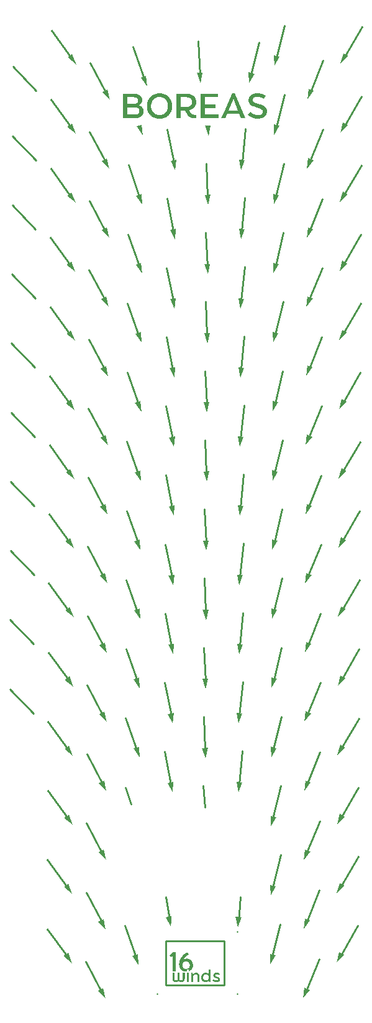
<source format=gbr>
%TF.GenerationSoftware,KiCad,Pcbnew,(6.0.10)*%
%TF.CreationDate,2023-01-27T16:58:14-08:00*%
%TF.ProjectId,Panel,50616e65-6c2e-46b6-9963-61645f706362,rev?*%
%TF.SameCoordinates,Original*%
%TF.FileFunction,Copper,L1,Top*%
%TF.FilePolarity,Positive*%
%FSLAX46Y46*%
G04 Gerber Fmt 4.6, Leading zero omitted, Abs format (unit mm)*
G04 Created by KiCad (PCBNEW (6.0.10)) date 2023-01-27 16:58:14*
%MOMM*%
%LPD*%
G01*
G04 APERTURE LIST*
%TA.AperFunction,NonConductor*%
%ADD10C,0.000000*%
%TD*%
%TA.AperFunction,NonConductor*%
%ADD11C,0.215174*%
%TD*%
%TA.AperFunction,NonConductor*%
%ADD12C,0.283426*%
%TD*%
%TA.AperFunction,NonConductor*%
%ADD13C,0.274499*%
%TD*%
%TA.AperFunction,NonConductor*%
%ADD14C,0.278962*%
%TD*%
%TA.AperFunction,NonConductor*%
%ADD15C,0.276731*%
%TD*%
%TA.AperFunction,NonConductor*%
%ADD16C,0.281194*%
%TD*%
%TA.AperFunction,NonConductor*%
%ADD17C,0.285658*%
%TD*%
%TA.AperFunction,NonConductor*%
%ADD18C,0.215101*%
%TD*%
G04 APERTURE END LIST*
D10*
G36*
X57197351Y-159829143D02*
G01*
X56771173Y-159829143D01*
X56771173Y-157754219D01*
X56513817Y-157886552D01*
X56348400Y-157618230D01*
X56929154Y-157243349D01*
X57197351Y-157243349D01*
X57197351Y-159829143D01*
G37*
G36*
X58213544Y-159778145D02*
G01*
X58171748Y-159756944D01*
X58131385Y-159733721D01*
X58092493Y-159708515D01*
X58055112Y-159681367D01*
X58019281Y-159652316D01*
X57985041Y-159621403D01*
X57952431Y-159588666D01*
X57921490Y-159554147D01*
X57892258Y-159517886D01*
X57864776Y-159479921D01*
X57839081Y-159440293D01*
X57815214Y-159399041D01*
X57793215Y-159356207D01*
X57773123Y-159311829D01*
X57754978Y-159265947D01*
X57738819Y-159218603D01*
X57724686Y-159169834D01*
X57712619Y-159119682D01*
X57702657Y-159068186D01*
X57694840Y-159015386D01*
X57692506Y-158992986D01*
X58121856Y-158992986D01*
X58122445Y-159020596D01*
X58124202Y-159047576D01*
X58127106Y-159073910D01*
X58131141Y-159099581D01*
X58136288Y-159124573D01*
X58142529Y-159148871D01*
X58149846Y-159172458D01*
X58158220Y-159195318D01*
X58167634Y-159217434D01*
X58178069Y-159238791D01*
X58189507Y-159259373D01*
X58201930Y-159279162D01*
X58215319Y-159298144D01*
X58229657Y-159316302D01*
X58244925Y-159333620D01*
X58261106Y-159350081D01*
X58278180Y-159365670D01*
X58296130Y-159380370D01*
X58314938Y-159394165D01*
X58334584Y-159407039D01*
X58355053Y-159418977D01*
X58376324Y-159429961D01*
X58398379Y-159439975D01*
X58421202Y-159449004D01*
X58444773Y-159457031D01*
X58469074Y-159464041D01*
X58494087Y-159470016D01*
X58519795Y-159474941D01*
X58546177Y-159478800D01*
X58573218Y-159481576D01*
X58600898Y-159483254D01*
X58629198Y-159483817D01*
X58657505Y-159483233D01*
X58685190Y-159481495D01*
X58712235Y-159478624D01*
X58738623Y-159474639D01*
X58764334Y-159469560D01*
X58789351Y-159463409D01*
X58813656Y-159456205D01*
X58837230Y-159447967D01*
X58860056Y-159438718D01*
X58882115Y-159428476D01*
X58903389Y-159417261D01*
X58923859Y-159405095D01*
X58943508Y-159391998D01*
X58962318Y-159377988D01*
X58980269Y-159363088D01*
X58997345Y-159347316D01*
X59013527Y-159330693D01*
X59028796Y-159313240D01*
X59043135Y-159294976D01*
X59056526Y-159275922D01*
X59068949Y-159256098D01*
X59080388Y-159235524D01*
X59090823Y-159214220D01*
X59100237Y-159192207D01*
X59108612Y-159169505D01*
X59115929Y-159146133D01*
X59122170Y-159122113D01*
X59127317Y-159097464D01*
X59131352Y-159072206D01*
X59134257Y-159046361D01*
X59136013Y-159019947D01*
X59136603Y-158992986D01*
X59136013Y-158964009D01*
X59134257Y-158935696D01*
X59131352Y-158908063D01*
X59127317Y-158881127D01*
X59122170Y-158854905D01*
X59115929Y-158829414D01*
X59108612Y-158804670D01*
X59100237Y-158780690D01*
X59090823Y-158757492D01*
X59080388Y-158735091D01*
X59068949Y-158713506D01*
X59056526Y-158692751D01*
X59043135Y-158672846D01*
X59028796Y-158653805D01*
X59013527Y-158635647D01*
X58997345Y-158618387D01*
X58980269Y-158602043D01*
X58962318Y-158586632D01*
X58943508Y-158572170D01*
X58923859Y-158558674D01*
X58903389Y-158546161D01*
X58882115Y-158534648D01*
X58860056Y-158524151D01*
X58837230Y-158514689D01*
X58813656Y-158506276D01*
X58789351Y-158498930D01*
X58764334Y-158492669D01*
X58738623Y-158487508D01*
X58712235Y-158483465D01*
X58685190Y-158480556D01*
X58657505Y-158478798D01*
X58629198Y-158478208D01*
X58600898Y-158478814D01*
X58573218Y-158480617D01*
X58546177Y-158483597D01*
X58519795Y-158487735D01*
X58494087Y-158493011D01*
X58469074Y-158499405D01*
X58444773Y-158506898D01*
X58421202Y-158515468D01*
X58398379Y-158525097D01*
X58376324Y-158535765D01*
X58355053Y-158547451D01*
X58334584Y-158560136D01*
X58314938Y-158573800D01*
X58296130Y-158588423D01*
X58278180Y-158603985D01*
X58261106Y-158620466D01*
X58244925Y-158637847D01*
X58229657Y-158656108D01*
X58215319Y-158675228D01*
X58201930Y-158695188D01*
X58189507Y-158715968D01*
X58178069Y-158737549D01*
X58167634Y-158759909D01*
X58158220Y-158783030D01*
X58149846Y-158806891D01*
X58142529Y-158831473D01*
X58136288Y-158856756D01*
X58131141Y-158882719D01*
X58127106Y-158909344D01*
X58124202Y-158936610D01*
X58122445Y-158964497D01*
X58121856Y-158992986D01*
X57692506Y-158992986D01*
X57689207Y-158961322D01*
X57685798Y-158906033D01*
X57684653Y-158849561D01*
X57686035Y-158786207D01*
X57690149Y-158722989D01*
X57696953Y-158659967D01*
X57706404Y-158597202D01*
X57718457Y-158534755D01*
X57733069Y-158472686D01*
X57750196Y-158411056D01*
X57769794Y-158349925D01*
X57791821Y-158289353D01*
X57816232Y-158229403D01*
X57842984Y-158170133D01*
X57872033Y-158111605D01*
X57936847Y-157997015D01*
X58010327Y-157886119D01*
X58092122Y-157779400D01*
X58181884Y-157677343D01*
X58279264Y-157580432D01*
X58383913Y-157489153D01*
X58495482Y-157403989D01*
X58613622Y-157325426D01*
X58737983Y-157253947D01*
X58802388Y-157221016D01*
X58868217Y-157190037D01*
X59028152Y-157508016D01*
X58963128Y-157541228D01*
X58899789Y-157576711D01*
X58838227Y-157614364D01*
X58778534Y-157654088D01*
X58720802Y-157695783D01*
X58665121Y-157739350D01*
X58611584Y-157784687D01*
X58560282Y-157831696D01*
X58511307Y-157880277D01*
X58464750Y-157930329D01*
X58420704Y-157981753D01*
X58379260Y-158034448D01*
X58340509Y-158088316D01*
X58304544Y-158143255D01*
X58271455Y-158199167D01*
X58241336Y-158255951D01*
X58266033Y-158237147D01*
X58291824Y-158219322D01*
X58318639Y-158202508D01*
X58346407Y-158186738D01*
X58375059Y-158172044D01*
X58404525Y-158158458D01*
X58434734Y-158146013D01*
X58465616Y-158134740D01*
X58497102Y-158124673D01*
X58529121Y-158115843D01*
X58561603Y-158108283D01*
X58594478Y-158102025D01*
X58627677Y-158097101D01*
X58661128Y-158093545D01*
X58694763Y-158091387D01*
X58728510Y-158090660D01*
X58774602Y-158091745D01*
X58819793Y-158094971D01*
X58864047Y-158100294D01*
X58907328Y-158107669D01*
X58949597Y-158117053D01*
X58990818Y-158128402D01*
X59030955Y-158141672D01*
X59069970Y-158156819D01*
X59107826Y-158173799D01*
X59144487Y-158192567D01*
X59179915Y-158213081D01*
X59214074Y-158235295D01*
X59246926Y-158259166D01*
X59278435Y-158284651D01*
X59308564Y-158311704D01*
X59337276Y-158340282D01*
X59364533Y-158370341D01*
X59390300Y-158401837D01*
X59414539Y-158434727D01*
X59437213Y-158468965D01*
X59458285Y-158504508D01*
X59477719Y-158541312D01*
X59495477Y-158579334D01*
X59511523Y-158618529D01*
X59525819Y-158658852D01*
X59538329Y-158700261D01*
X59549015Y-158742711D01*
X59557841Y-158786158D01*
X59564771Y-158830559D01*
X59569766Y-158875868D01*
X59572790Y-158922043D01*
X59573806Y-158969039D01*
X59572683Y-159018532D01*
X59569342Y-159067027D01*
X59563826Y-159114486D01*
X59556177Y-159160873D01*
X59546436Y-159206148D01*
X59534647Y-159250276D01*
X59520852Y-159293217D01*
X59505092Y-159334935D01*
X59487411Y-159375392D01*
X59467850Y-159414549D01*
X59446452Y-159452371D01*
X59423259Y-159488819D01*
X59398314Y-159523855D01*
X59371658Y-159557442D01*
X59343334Y-159589543D01*
X59313385Y-159620119D01*
X59281852Y-159649134D01*
X59248778Y-159676549D01*
X59214205Y-159702326D01*
X59178175Y-159726430D01*
X59140731Y-159748821D01*
X59101915Y-159769462D01*
X59061769Y-159788316D01*
X59020336Y-159805344D01*
X58977658Y-159820511D01*
X58933777Y-159833777D01*
X58888735Y-159845105D01*
X58842575Y-159854458D01*
X58795339Y-159861798D01*
X58747069Y-159867087D01*
X58697808Y-159870288D01*
X58647598Y-159871363D01*
X58594699Y-159870159D01*
X58542875Y-159866574D01*
X58492166Y-159860647D01*
X58442612Y-159852418D01*
X58394251Y-159841927D01*
X58347125Y-159829214D01*
X58301272Y-159814320D01*
X58271786Y-159803042D01*
X58755818Y-159803042D01*
X59022005Y-159803042D01*
X59022005Y-159544033D01*
X58755818Y-159544033D01*
X58755818Y-159803042D01*
X58271786Y-159803042D01*
X58256731Y-159797283D01*
X58213544Y-159778145D01*
G37*
G36*
X60035724Y-160002960D02*
G01*
X60060212Y-160004841D01*
X60084200Y-160007950D01*
X60107669Y-160012261D01*
X60130598Y-160017753D01*
X60152965Y-160024401D01*
X60174751Y-160032184D01*
X60195935Y-160041078D01*
X60216496Y-160051060D01*
X60236414Y-160062106D01*
X60255667Y-160074194D01*
X60274237Y-160087301D01*
X60292101Y-160101404D01*
X60309240Y-160116479D01*
X60325632Y-160132504D01*
X60341257Y-160149455D01*
X60356095Y-160167309D01*
X60370125Y-160186043D01*
X60383326Y-160205635D01*
X60395678Y-160226061D01*
X60407160Y-160247298D01*
X60417752Y-160269323D01*
X60427433Y-160292112D01*
X60436182Y-160315644D01*
X60443979Y-160339894D01*
X60450803Y-160364840D01*
X60456634Y-160390459D01*
X60461451Y-160416727D01*
X60465233Y-160443621D01*
X60467960Y-160471119D01*
X60469611Y-160499197D01*
X60470166Y-160527833D01*
X60470166Y-161272801D01*
X60203978Y-161272801D01*
X60203978Y-160573385D01*
X60203632Y-160554682D01*
X60202601Y-160536364D01*
X60200898Y-160518447D01*
X60198535Y-160500942D01*
X60195522Y-160483865D01*
X60191873Y-160467228D01*
X60187599Y-160451045D01*
X60182711Y-160435330D01*
X60177223Y-160420097D01*
X60171144Y-160405358D01*
X60164489Y-160391128D01*
X60157268Y-160377421D01*
X60149493Y-160364249D01*
X60141176Y-160351626D01*
X60132329Y-160339567D01*
X60122964Y-160328085D01*
X60113093Y-160317193D01*
X60102728Y-160306905D01*
X60091879Y-160297234D01*
X60080561Y-160288195D01*
X60068784Y-160279801D01*
X60056559Y-160272065D01*
X60043900Y-160265001D01*
X60030818Y-160258623D01*
X60017324Y-160252944D01*
X60003431Y-160247979D01*
X59989151Y-160243740D01*
X59974495Y-160240241D01*
X59959475Y-160237496D01*
X59944104Y-160235518D01*
X59928392Y-160234321D01*
X59912353Y-160233919D01*
X59896265Y-160234321D01*
X59880413Y-160235519D01*
X59864814Y-160237498D01*
X59849487Y-160240248D01*
X59834450Y-160243753D01*
X59819721Y-160248002D01*
X59805317Y-160252982D01*
X59791258Y-160258679D01*
X59777560Y-160265081D01*
X59764242Y-160272175D01*
X59751322Y-160279947D01*
X59738819Y-160288384D01*
X59726749Y-160297475D01*
X59715132Y-160307205D01*
X59703984Y-160317563D01*
X59693325Y-160328534D01*
X59683172Y-160340105D01*
X59673543Y-160352265D01*
X59664457Y-160365000D01*
X59655931Y-160378297D01*
X59647984Y-160392143D01*
X59640632Y-160406524D01*
X59633896Y-160421429D01*
X59627792Y-160436844D01*
X59622338Y-160452757D01*
X59617553Y-160469153D01*
X59613455Y-160486021D01*
X59610061Y-160503347D01*
X59607390Y-160521118D01*
X59605460Y-160539322D01*
X59604289Y-160557945D01*
X59603895Y-160576974D01*
X59603895Y-161272801D01*
X59337705Y-161272801D01*
X59337705Y-160025164D01*
X59505612Y-160025164D01*
X59573938Y-160214671D01*
X59592619Y-160190348D01*
X59612638Y-160167325D01*
X59633953Y-160145640D01*
X59656526Y-160125330D01*
X59680315Y-160106431D01*
X59705281Y-160088982D01*
X59731382Y-160073018D01*
X59758580Y-160058577D01*
X59786832Y-160045696D01*
X59816099Y-160034413D01*
X59846341Y-160024763D01*
X59877517Y-160016785D01*
X59909587Y-160010515D01*
X59942511Y-160005991D01*
X59976248Y-160003249D01*
X60010758Y-160002327D01*
X60035724Y-160002960D01*
G37*
G36*
X59023243Y-161272801D02*
G01*
X58755818Y-161272801D01*
X58755818Y-160025164D01*
X59023243Y-160025164D01*
X59023243Y-161272801D01*
G37*
G36*
X62818870Y-160004193D02*
G01*
X62848458Y-160006064D01*
X62878181Y-160009154D01*
X62907967Y-160013441D01*
X62937744Y-160018902D01*
X62967440Y-160025513D01*
X62996983Y-160033253D01*
X63026302Y-160042099D01*
X63055324Y-160052028D01*
X63083977Y-160063016D01*
X63112190Y-160075042D01*
X63139890Y-160088083D01*
X63167006Y-160102115D01*
X63193466Y-160117116D01*
X63219198Y-160133064D01*
X63244131Y-160149935D01*
X63115833Y-160328673D01*
X63097863Y-160317739D01*
X63079517Y-160307433D01*
X63060840Y-160297767D01*
X63041877Y-160288751D01*
X63022675Y-160280394D01*
X63003279Y-160272709D01*
X62983734Y-160265706D01*
X62964087Y-160259394D01*
X62944382Y-160253786D01*
X62924665Y-160248891D01*
X62904983Y-160244719D01*
X62885380Y-160241283D01*
X62865902Y-160238591D01*
X62846594Y-160236656D01*
X62827503Y-160235487D01*
X62808674Y-160235095D01*
X62797867Y-160235277D01*
X62787279Y-160235817D01*
X62776917Y-160236711D01*
X62766791Y-160237951D01*
X62756908Y-160239531D01*
X62747277Y-160241445D01*
X62737905Y-160243686D01*
X62728801Y-160246248D01*
X62719972Y-160249125D01*
X62711428Y-160252310D01*
X62703176Y-160255797D01*
X62695224Y-160259579D01*
X62687580Y-160263650D01*
X62680254Y-160268004D01*
X62673252Y-160272635D01*
X62666583Y-160277535D01*
X62660255Y-160282700D01*
X62654276Y-160288121D01*
X62648654Y-160293793D01*
X62643398Y-160299710D01*
X62638516Y-160305865D01*
X62634015Y-160312252D01*
X62629905Y-160318864D01*
X62626192Y-160325695D01*
X62622886Y-160332739D01*
X62619994Y-160339990D01*
X62617525Y-160347440D01*
X62615486Y-160355084D01*
X62613887Y-160362915D01*
X62612734Y-160370927D01*
X62612036Y-160379113D01*
X62611802Y-160387468D01*
X62611935Y-160392159D01*
X62612335Y-160396786D01*
X62613001Y-160401350D01*
X62613931Y-160405850D01*
X62615124Y-160410285D01*
X62616581Y-160414656D01*
X62618300Y-160418962D01*
X62620280Y-160423203D01*
X62625020Y-160431491D01*
X62630794Y-160439516D01*
X62637595Y-160447277D01*
X62645416Y-160454773D01*
X62654251Y-160462002D01*
X62664091Y-160468963D01*
X62674931Y-160475654D01*
X62686764Y-160482072D01*
X62699581Y-160488218D01*
X62713377Y-160494088D01*
X62728144Y-160499681D01*
X62743876Y-160504997D01*
X62965873Y-160574623D01*
X63000511Y-160586756D01*
X63033321Y-160600621D01*
X63064248Y-160616151D01*
X63093235Y-160633280D01*
X63120226Y-160651941D01*
X63145165Y-160672068D01*
X63156848Y-160682660D01*
X63167996Y-160693593D01*
X63178603Y-160704860D01*
X63188662Y-160716451D01*
X63198166Y-160728359D01*
X63207107Y-160740575D01*
X63215479Y-160753090D01*
X63223275Y-160765897D01*
X63230488Y-160778987D01*
X63237110Y-160792351D01*
X63243135Y-160805983D01*
X63248556Y-160819872D01*
X63253365Y-160834011D01*
X63257556Y-160848391D01*
X63261121Y-160863005D01*
X63264054Y-160877843D01*
X63266347Y-160892898D01*
X63267994Y-160908161D01*
X63268987Y-160923623D01*
X63269320Y-160939277D01*
X63268775Y-160959088D01*
X63267150Y-160978463D01*
X63264464Y-160997391D01*
X63260733Y-161015858D01*
X63255973Y-161033853D01*
X63250203Y-161051361D01*
X63243440Y-161068371D01*
X63235699Y-161084870D01*
X63227000Y-161100846D01*
X63217358Y-161116284D01*
X63206790Y-161131173D01*
X63195315Y-161145500D01*
X63182949Y-161159252D01*
X63169708Y-161172417D01*
X63155611Y-161184981D01*
X63140674Y-161196933D01*
X63124915Y-161208258D01*
X63108349Y-161218945D01*
X63090996Y-161228981D01*
X63072871Y-161238354D01*
X63034376Y-161255055D01*
X62993000Y-161268948D01*
X62948881Y-161279931D01*
X62902156Y-161287902D01*
X62852960Y-161292760D01*
X62801432Y-161294401D01*
X62759629Y-161293219D01*
X62718020Y-161289721D01*
X62676768Y-161283984D01*
X62636036Y-161276084D01*
X62595987Y-161266095D01*
X62556784Y-161254094D01*
X62518591Y-161240157D01*
X62481570Y-161224358D01*
X62445886Y-161206773D01*
X62411701Y-161187478D01*
X62379178Y-161166549D01*
X62348480Y-161144061D01*
X62319771Y-161120090D01*
X62293214Y-161094712D01*
X62268972Y-161068001D01*
X62257771Y-161054170D01*
X62247209Y-161040034D01*
X62411589Y-160893726D01*
X62427393Y-160912424D01*
X62444608Y-160930260D01*
X62463128Y-160947187D01*
X62482845Y-160963158D01*
X62503652Y-160978125D01*
X62525442Y-160992040D01*
X62548108Y-161004855D01*
X62571543Y-161016524D01*
X62595639Y-161026998D01*
X62620289Y-161036230D01*
X62645386Y-161044172D01*
X62670823Y-161050777D01*
X62696494Y-161055997D01*
X62722289Y-161059785D01*
X62748104Y-161062092D01*
X62773830Y-161062872D01*
X62786746Y-161062721D01*
X62799379Y-161062273D01*
X62811721Y-161061533D01*
X62823764Y-161060504D01*
X62835499Y-161059192D01*
X62846917Y-161057602D01*
X62858011Y-161055739D01*
X62868772Y-161053607D01*
X62879192Y-161051212D01*
X62889263Y-161048558D01*
X62898975Y-161045650D01*
X62908321Y-161042493D01*
X62917293Y-161039091D01*
X62925881Y-161035451D01*
X62934078Y-161031575D01*
X62941876Y-161027470D01*
X62949266Y-161023140D01*
X62956239Y-161018591D01*
X62962788Y-161013826D01*
X62968903Y-161008850D01*
X62974578Y-161003670D01*
X62979803Y-160998289D01*
X62984569Y-160992712D01*
X62988870Y-160986944D01*
X62992695Y-160980990D01*
X62996038Y-160974855D01*
X62998889Y-160968543D01*
X63001241Y-160962061D01*
X63003084Y-160955411D01*
X63004412Y-160948600D01*
X63005214Y-160941632D01*
X63005483Y-160934511D01*
X63005266Y-160927676D01*
X63004619Y-160920901D01*
X63003548Y-160914190D01*
X63002059Y-160907546D01*
X63000158Y-160900972D01*
X62997851Y-160894472D01*
X62995143Y-160888050D01*
X62992041Y-160881709D01*
X62984677Y-160869284D01*
X62975806Y-160857226D01*
X62965477Y-160845562D01*
X62953736Y-160834320D01*
X62940630Y-160823529D01*
X62926208Y-160813216D01*
X62910516Y-160803409D01*
X62893603Y-160794137D01*
X62875515Y-160785428D01*
X62856300Y-160777308D01*
X62836005Y-160769808D01*
X62814677Y-160762954D01*
X62597444Y-160698154D01*
X62570134Y-160688849D01*
X62544027Y-160677631D01*
X62519200Y-160664585D01*
X62495731Y-160649795D01*
X62473695Y-160633346D01*
X62453171Y-160615321D01*
X62434235Y-160595806D01*
X62416965Y-160574885D01*
X62401438Y-160552643D01*
X62387730Y-160529164D01*
X62375920Y-160504532D01*
X62366084Y-160478833D01*
X62358300Y-160452150D01*
X62355201Y-160438466D01*
X62352644Y-160424568D01*
X62350639Y-160410466D01*
X62349194Y-160396171D01*
X62348320Y-160381694D01*
X62348027Y-160367045D01*
X62348551Y-160346791D01*
X62350111Y-160326980D01*
X62352688Y-160307624D01*
X62356266Y-160288737D01*
X62360825Y-160270331D01*
X62366349Y-160252420D01*
X62372819Y-160235017D01*
X62380216Y-160218135D01*
X62388524Y-160201788D01*
X62397724Y-160185988D01*
X62407799Y-160170749D01*
X62418729Y-160156084D01*
X62430498Y-160142005D01*
X62443087Y-160128527D01*
X62456478Y-160115662D01*
X62470654Y-160103424D01*
X62485596Y-160091826D01*
X62501287Y-160080880D01*
X62517708Y-160070600D01*
X62534842Y-160061000D01*
X62552671Y-160052092D01*
X62571176Y-160043889D01*
X62590339Y-160036405D01*
X62610144Y-160029653D01*
X62630571Y-160023646D01*
X62651602Y-160018397D01*
X62695409Y-160010227D01*
X62741418Y-160005248D01*
X62789488Y-160003565D01*
X62818870Y-160004193D01*
G37*
G36*
X57037570Y-160828928D02*
G01*
X57037845Y-160841636D01*
X57038665Y-160854108D01*
X57040018Y-160866334D01*
X57041892Y-160878301D01*
X57044276Y-160889998D01*
X57047158Y-160901416D01*
X57050527Y-160912543D01*
X57054372Y-160923368D01*
X57058680Y-160933880D01*
X57063442Y-160944068D01*
X57068644Y-160953921D01*
X57074277Y-160963428D01*
X57080327Y-160972579D01*
X57086785Y-160981361D01*
X57093638Y-160989765D01*
X57100875Y-160997779D01*
X57108485Y-161005392D01*
X57116456Y-161012594D01*
X57124776Y-161019373D01*
X57133435Y-161025718D01*
X57142421Y-161031619D01*
X57151722Y-161037064D01*
X57161328Y-161042043D01*
X57171225Y-161046544D01*
X57181404Y-161050557D01*
X57191853Y-161054070D01*
X57202560Y-161057073D01*
X57213514Y-161059555D01*
X57224703Y-161061504D01*
X57236116Y-161062910D01*
X57247741Y-161063761D01*
X57259568Y-161064048D01*
X57270303Y-161063842D01*
X57280894Y-161063229D01*
X57291330Y-161062217D01*
X57301602Y-161060816D01*
X57311699Y-161059031D01*
X57321610Y-161056873D01*
X57331326Y-161054349D01*
X57340835Y-161051467D01*
X57350128Y-161048235D01*
X57359195Y-161044661D01*
X57368025Y-161040754D01*
X57376607Y-161036521D01*
X57384932Y-161031972D01*
X57392989Y-161027113D01*
X57400768Y-161021953D01*
X57408258Y-161016501D01*
X57415450Y-161010764D01*
X57422332Y-161004750D01*
X57428895Y-160998468D01*
X57435128Y-160991926D01*
X57441022Y-160985131D01*
X57446564Y-160978093D01*
X57451746Y-160970818D01*
X57456557Y-160963316D01*
X57460987Y-160955595D01*
X57465025Y-160947662D01*
X57468662Y-160939525D01*
X57471886Y-160931194D01*
X57474687Y-160922675D01*
X57477055Y-160913978D01*
X57478981Y-160905110D01*
X57480453Y-160896079D01*
X57480453Y-160025164D01*
X57746642Y-160025164D01*
X57746642Y-160896079D01*
X57748217Y-160905110D01*
X57750231Y-160913978D01*
X57752675Y-160922675D01*
X57755537Y-160931194D01*
X57758807Y-160939525D01*
X57762476Y-160947662D01*
X57766533Y-160955595D01*
X57770967Y-160963316D01*
X57775769Y-160970818D01*
X57780927Y-160978093D01*
X57786432Y-160985131D01*
X57792274Y-160991926D01*
X57798441Y-160998468D01*
X57804924Y-161004750D01*
X57818797Y-161016501D01*
X57833809Y-161027113D01*
X57849878Y-161036521D01*
X57866922Y-161044661D01*
X57884858Y-161051467D01*
X57903603Y-161056873D01*
X57923076Y-161060816D01*
X57933060Y-161062217D01*
X57943194Y-161063229D01*
X57953469Y-161063842D01*
X57963874Y-161064048D01*
X57975817Y-161063758D01*
X57987558Y-161062896D01*
X57999085Y-161061474D01*
X58010388Y-161059504D01*
X58021454Y-161056997D01*
X58032272Y-161053964D01*
X58042830Y-161050418D01*
X58053117Y-161046370D01*
X58063120Y-161041832D01*
X58072829Y-161036815D01*
X58082231Y-161031331D01*
X58091315Y-161025392D01*
X58100070Y-161019009D01*
X58108483Y-161012194D01*
X58116543Y-161004959D01*
X58124239Y-160997315D01*
X58131558Y-160989274D01*
X58138490Y-160980847D01*
X58145022Y-160972047D01*
X58151143Y-160962884D01*
X58156841Y-160953371D01*
X58162105Y-160943519D01*
X58166922Y-160933340D01*
X58171282Y-160922846D01*
X58175173Y-160912047D01*
X58178582Y-160900956D01*
X58181499Y-160889585D01*
X58183912Y-160877945D01*
X58185809Y-160866047D01*
X58187178Y-160853904D01*
X58188008Y-160841527D01*
X58188287Y-160828928D01*
X58188287Y-160025164D01*
X58454538Y-160025164D01*
X58454538Y-160828928D01*
X58453980Y-160854538D01*
X58452317Y-160879623D01*
X58449572Y-160904165D01*
X58445765Y-160928144D01*
X58440915Y-160951541D01*
X58435045Y-160974338D01*
X58428174Y-160996516D01*
X58420323Y-161018056D01*
X58411512Y-161038938D01*
X58401763Y-161059145D01*
X58391096Y-161078656D01*
X58379531Y-161097454D01*
X58367089Y-161115519D01*
X58353791Y-161132833D01*
X58339657Y-161149376D01*
X58324708Y-161165129D01*
X58308965Y-161180074D01*
X58292447Y-161194192D01*
X58275177Y-161207464D01*
X58257173Y-161219871D01*
X58238457Y-161231394D01*
X58219050Y-161242014D01*
X58198972Y-161251713D01*
X58178244Y-161260470D01*
X58156886Y-161268269D01*
X58134918Y-161275088D01*
X58112362Y-161280911D01*
X58089239Y-161285717D01*
X58065568Y-161289488D01*
X58041370Y-161292205D01*
X58016666Y-161293849D01*
X57991477Y-161294401D01*
X57959979Y-161293581D01*
X57929010Y-161291153D01*
X57898673Y-161287171D01*
X57869075Y-161281689D01*
X57840321Y-161274758D01*
X57812517Y-161266431D01*
X57785768Y-161256762D01*
X57760180Y-161245803D01*
X57735858Y-161233606D01*
X57724205Y-161227060D01*
X57712908Y-161220225D01*
X57701981Y-161213106D01*
X57691436Y-161205711D01*
X57681286Y-161198047D01*
X57671546Y-161190119D01*
X57662228Y-161181935D01*
X57653345Y-161173501D01*
X57644910Y-161164823D01*
X57636938Y-161155909D01*
X57629440Y-161146765D01*
X57622430Y-161137397D01*
X57615921Y-161127812D01*
X57609927Y-161118016D01*
X57598057Y-161137397D01*
X57584104Y-161155909D01*
X57568179Y-161173501D01*
X57550392Y-161190119D01*
X57530854Y-161205711D01*
X57509675Y-161220225D01*
X57486966Y-161233606D01*
X57462838Y-161245803D01*
X57437400Y-161256762D01*
X57410764Y-161266431D01*
X57383040Y-161274758D01*
X57354338Y-161281689D01*
X57324769Y-161287171D01*
X57294443Y-161291153D01*
X57263472Y-161293581D01*
X57231965Y-161294401D01*
X57206788Y-161293846D01*
X57182109Y-161292192D01*
X57157948Y-161289460D01*
X57134325Y-161285669D01*
X57111259Y-161280838D01*
X57088770Y-161274988D01*
X57066878Y-161268137D01*
X57045602Y-161260305D01*
X57024963Y-161251512D01*
X57004980Y-161241777D01*
X56985673Y-161231120D01*
X56967061Y-161219561D01*
X56949165Y-161207118D01*
X56932003Y-161193812D01*
X56915597Y-161179662D01*
X56899965Y-161164688D01*
X56885128Y-161148909D01*
X56871104Y-161132344D01*
X56857915Y-161115014D01*
X56845579Y-161096937D01*
X56834116Y-161078134D01*
X56823547Y-161058623D01*
X56813891Y-161038425D01*
X56805167Y-161017559D01*
X56797395Y-160996045D01*
X56790596Y-160973901D01*
X56784788Y-160951148D01*
X56779992Y-160927806D01*
X56776228Y-160903893D01*
X56773514Y-160879429D01*
X56771872Y-160854434D01*
X56771320Y-160828928D01*
X56771320Y-160025164D01*
X57037570Y-160025164D01*
X57037570Y-160828928D01*
G37*
G36*
X60708276Y-160584571D02*
G01*
X60711742Y-160550463D01*
X60716550Y-160517114D01*
X60722675Y-160484552D01*
X60730089Y-160452806D01*
X60738767Y-160421903D01*
X60748683Y-160391870D01*
X60759812Y-160362736D01*
X60772127Y-160334529D01*
X60785603Y-160307276D01*
X60800214Y-160281006D01*
X60815934Y-160255745D01*
X60832736Y-160231522D01*
X60850596Y-160208365D01*
X60869487Y-160186302D01*
X60889384Y-160165360D01*
X60910260Y-160145568D01*
X60932089Y-160126952D01*
X60954847Y-160109542D01*
X60978506Y-160093364D01*
X61003042Y-160078447D01*
X61028427Y-160064819D01*
X61054637Y-160052507D01*
X61081645Y-160041539D01*
X61109426Y-160031943D01*
X61137954Y-160023747D01*
X61167202Y-160016979D01*
X61197146Y-160011666D01*
X61227758Y-160007837D01*
X61259014Y-160005519D01*
X61290887Y-160004741D01*
X61324301Y-160005634D01*
X61357007Y-160008293D01*
X61388974Y-160012684D01*
X61420171Y-160018774D01*
X61450565Y-160026529D01*
X61480126Y-160035916D01*
X61508822Y-160046901D01*
X61536621Y-160059451D01*
X61563491Y-160073534D01*
X61589402Y-160089114D01*
X61614321Y-160106160D01*
X61638217Y-160124637D01*
X61661058Y-160144513D01*
X61682814Y-160165754D01*
X61703451Y-160188326D01*
X61722940Y-160212196D01*
X61722940Y-159545209D01*
X61989128Y-159545209D01*
X61989128Y-161272801D01*
X61820046Y-161272801D01*
X61754070Y-161046160D01*
X61734647Y-161074653D01*
X61713749Y-161101638D01*
X61691419Y-161127070D01*
X61667703Y-161150903D01*
X61642644Y-161173091D01*
X61616285Y-161193589D01*
X61588671Y-161212351D01*
X61559845Y-161229332D01*
X61529851Y-161244486D01*
X61498734Y-161257767D01*
X61466537Y-161269130D01*
X61433303Y-161278530D01*
X61399078Y-161285920D01*
X61363904Y-161291255D01*
X61327826Y-161294489D01*
X61290887Y-161295577D01*
X61259014Y-161294809D01*
X61227758Y-161292523D01*
X61197146Y-161288746D01*
X61167202Y-161283507D01*
X61137954Y-161276833D01*
X61109426Y-161268751D01*
X61081645Y-161259289D01*
X61054637Y-161248474D01*
X61028427Y-161236335D01*
X61003042Y-161222899D01*
X60978506Y-161208193D01*
X60954847Y-161192244D01*
X60932089Y-161175082D01*
X60910260Y-161156733D01*
X60889384Y-161137224D01*
X60869487Y-161116584D01*
X60850596Y-161094840D01*
X60832736Y-161072019D01*
X60815934Y-161048149D01*
X60800214Y-161023259D01*
X60785603Y-160997374D01*
X60772127Y-160970524D01*
X60759812Y-160942735D01*
X60748683Y-160914035D01*
X60738767Y-160884451D01*
X60730089Y-160854012D01*
X60722675Y-160822745D01*
X60716550Y-160790678D01*
X60711742Y-160757838D01*
X60708276Y-160724252D01*
X60706177Y-160689948D01*
X60705472Y-160654955D01*
X60971721Y-160654955D01*
X60972172Y-160677033D01*
X60973512Y-160698705D01*
X60975724Y-160719952D01*
X60978792Y-160740754D01*
X60982697Y-160761092D01*
X60987422Y-160780947D01*
X60992950Y-160800300D01*
X60999263Y-160819130D01*
X61006345Y-160837419D01*
X61014177Y-160855148D01*
X61022743Y-160872296D01*
X61032025Y-160888845D01*
X61042006Y-160904776D01*
X61052668Y-160920068D01*
X61063994Y-160934703D01*
X61075967Y-160948661D01*
X61088569Y-160961923D01*
X61101783Y-160974470D01*
X61115592Y-160986282D01*
X61129978Y-160997339D01*
X61144925Y-161007624D01*
X61160413Y-161017115D01*
X61176427Y-161025795D01*
X61192949Y-161033643D01*
X61209962Y-161040640D01*
X61227448Y-161046766D01*
X61245389Y-161052004D01*
X61263769Y-161056332D01*
X61282571Y-161059733D01*
X61301776Y-161062185D01*
X61321367Y-161063671D01*
X61341328Y-161064171D01*
X61361954Y-161063671D01*
X61382198Y-161062185D01*
X61402040Y-161059733D01*
X61421463Y-161056332D01*
X61440449Y-161052004D01*
X61458981Y-161046766D01*
X61477041Y-161040640D01*
X61494610Y-161033643D01*
X61511671Y-161025795D01*
X61528207Y-161017115D01*
X61544199Y-161007624D01*
X61559630Y-160997339D01*
X61574481Y-160986282D01*
X61588736Y-160974470D01*
X61602376Y-160961923D01*
X61615383Y-160948661D01*
X61627740Y-160934703D01*
X61639429Y-160920068D01*
X61650431Y-160904776D01*
X61660730Y-160888845D01*
X61670307Y-160872296D01*
X61679145Y-160855148D01*
X61687226Y-160837419D01*
X61694532Y-160819130D01*
X61701044Y-160800300D01*
X61706747Y-160780947D01*
X61711620Y-160761092D01*
X61715648Y-160740754D01*
X61718812Y-160719952D01*
X61721093Y-160698705D01*
X61722475Y-160677033D01*
X61722940Y-160654955D01*
X61722475Y-160632321D01*
X61721093Y-160610108D01*
X61718812Y-160588334D01*
X61715648Y-160567020D01*
X61711620Y-160546185D01*
X61706747Y-160525848D01*
X61701044Y-160506029D01*
X61694532Y-160486748D01*
X61687226Y-160468024D01*
X61679145Y-160449877D01*
X61670307Y-160432326D01*
X61660730Y-160415392D01*
X61650431Y-160399092D01*
X61639429Y-160383448D01*
X61627740Y-160368478D01*
X61615383Y-160354202D01*
X61602376Y-160340639D01*
X61588736Y-160327810D01*
X61574481Y-160315734D01*
X61559630Y-160304430D01*
X61544199Y-160293918D01*
X61528207Y-160284218D01*
X61511671Y-160275348D01*
X61494610Y-160267330D01*
X61477041Y-160260181D01*
X61458981Y-160253922D01*
X61440449Y-160248572D01*
X61421463Y-160244151D01*
X61402040Y-160240679D01*
X61382198Y-160238174D01*
X61361954Y-160236657D01*
X61341328Y-160236147D01*
X61321367Y-160236657D01*
X61301776Y-160238174D01*
X61282571Y-160240679D01*
X61263769Y-160244151D01*
X61245389Y-160248572D01*
X61227448Y-160253922D01*
X61209962Y-160260181D01*
X61192949Y-160267330D01*
X61176427Y-160275348D01*
X61160413Y-160284218D01*
X61144925Y-160293918D01*
X61129978Y-160304430D01*
X61115592Y-160315734D01*
X61101783Y-160327810D01*
X61088569Y-160340639D01*
X61075967Y-160354202D01*
X61063994Y-160368478D01*
X61052668Y-160383448D01*
X61042006Y-160399092D01*
X61032025Y-160415392D01*
X61022743Y-160432326D01*
X61014177Y-160449877D01*
X61006345Y-160468024D01*
X60999263Y-160486748D01*
X60992950Y-160506029D01*
X60987422Y-160525848D01*
X60982697Y-160546185D01*
X60978792Y-160567020D01*
X60975724Y-160588334D01*
X60973512Y-160610108D01*
X60972172Y-160632321D01*
X60971721Y-160654955D01*
X60705472Y-160654955D01*
X60706177Y-160619411D01*
X60708276Y-160584571D01*
G37*
D11*
X55872009Y-161692017D02*
X55872009Y-155691983D01*
X55872009Y-161692017D02*
X55872009Y-161692017D01*
X63871991Y-161692017D02*
X55872009Y-161692017D01*
X63871991Y-161692017D02*
X63871991Y-161692017D01*
X63871991Y-155691983D02*
X63871991Y-161692017D01*
X63871991Y-155691983D02*
X63871991Y-155691983D01*
X55872009Y-155691983D02*
X63871991Y-155691983D01*
D12*
X77140192Y-73401789D02*
X75416475Y-77672511D01*
D13*
X45100405Y-130215331D02*
X47231018Y-134252143D01*
D14*
X60998104Y-125100333D02*
X61225292Y-129646666D01*
D10*
G36*
X43386318Y-92775279D02*
G01*
X42218248Y-91826510D01*
X42862287Y-91398440D01*
X43386318Y-92775279D01*
G37*
G36*
X52353038Y-121282645D02*
G01*
X51505128Y-120060637D01*
X52250495Y-119824576D01*
X52353038Y-121282645D01*
G37*
G36*
X71007990Y-119984534D02*
G01*
X70289016Y-121263587D01*
X70241048Y-119803473D01*
X71007990Y-119984534D01*
G37*
D13*
X34961041Y-46016391D02*
X38172766Y-49319682D01*
D15*
X50530047Y-97060397D02*
X52052314Y-101350943D01*
D10*
G36*
X48038988Y-78773768D02*
G01*
X47020935Y-77677043D01*
X47722782Y-77341845D01*
X48038988Y-78773768D01*
G37*
D13*
X40085196Y-69282019D02*
X42782594Y-72987880D01*
D15*
X50442440Y-115897406D02*
X51964707Y-120187964D01*
D14*
X61304948Y-59170754D02*
X61532137Y-63717088D01*
D16*
X66503372Y-82695250D02*
X66068376Y-87237887D01*
D10*
G36*
X75529844Y-152921492D02*
G01*
X74633306Y-154091475D01*
X74794904Y-152641204D01*
X75529844Y-152921492D01*
G37*
G36*
X66660387Y-49346003D02*
G01*
X66133627Y-50710088D01*
X65875965Y-49267947D01*
X66660387Y-49346003D01*
G37*
D17*
X82081327Y-144185027D02*
X79756593Y-148191977D01*
D10*
G36*
X61457862Y-93123915D02*
G01*
X60994243Y-91727900D01*
X61781154Y-91700557D01*
X61457862Y-93123915D01*
G37*
D15*
X56021861Y-54541169D02*
X56905626Y-59003030D01*
D13*
X45012571Y-149052352D02*
X47143184Y-153089171D01*
D10*
G36*
X47644359Y-163540526D02*
G01*
X46626466Y-162443656D01*
X47328313Y-162108451D01*
X47644359Y-163540526D01*
G37*
G36*
X80494142Y-91643233D02*
G01*
X79437925Y-92682597D01*
X79804929Y-91269500D01*
X80494142Y-91643233D01*
G37*
D15*
X55890232Y-82796466D02*
X56773998Y-87258330D01*
D13*
X34610352Y-121365325D02*
X37822077Y-124668616D01*
D10*
G36*
X70876360Y-148240043D02*
G01*
X70157386Y-149519095D01*
X70109419Y-148058982D01*
X70876360Y-148240043D01*
G37*
D12*
X77052648Y-92237765D02*
X75328931Y-96508487D01*
D10*
G36*
X61414066Y-102542434D02*
G01*
X60950449Y-101146415D01*
X61737360Y-101119071D01*
X61414066Y-102542434D01*
G37*
G36*
X61501690Y-83705436D02*
G01*
X61038072Y-82309420D01*
X61824983Y-82282077D01*
X61501690Y-83705436D01*
G37*
D15*
X50705254Y-59386130D02*
X52227522Y-63676682D01*
X55671237Y-129889037D02*
X56555002Y-134350898D01*
D14*
X61217130Y-78007781D02*
X61444318Y-82554118D01*
D15*
X55934253Y-73378196D02*
X56818019Y-77840060D01*
D10*
G36*
X52177597Y-158956702D02*
G01*
X51329687Y-157734687D01*
X52075055Y-157498633D01*
X52177597Y-158956702D01*
G37*
D13*
X34917229Y-55434888D02*
X38128954Y-58738179D01*
D10*
G36*
X66528806Y-77600688D02*
G01*
X66002044Y-78964774D01*
X65744384Y-77522631D01*
X66528806Y-77600688D01*
G37*
G36*
X66397386Y-105856231D02*
G01*
X65870626Y-107220320D01*
X65612964Y-105778174D01*
X66397386Y-105856231D01*
G37*
G36*
X75705286Y-115247466D02*
G01*
X74808748Y-116417456D01*
X74970342Y-114967177D01*
X75705286Y-115247466D01*
G37*
G36*
X68446782Y-40200225D02*
G01*
X68527754Y-40205359D01*
X68608558Y-40213754D01*
X68688886Y-40225277D01*
X68768429Y-40239794D01*
X68846879Y-40257173D01*
X68923928Y-40277281D01*
X68999266Y-40299985D01*
X69072585Y-40325151D01*
X69143577Y-40352648D01*
X69211932Y-40382342D01*
X69277343Y-40414101D01*
X69339500Y-40447791D01*
X69398095Y-40483279D01*
X69452820Y-40520432D01*
X69503365Y-40559118D01*
X69228612Y-40960540D01*
X69183963Y-40930277D01*
X69137046Y-40901382D01*
X69088062Y-40873937D01*
X69037209Y-40848022D01*
X68984688Y-40823717D01*
X68930697Y-40801104D01*
X68875437Y-40780262D01*
X68819106Y-40761273D01*
X68761905Y-40744216D01*
X68704033Y-40729172D01*
X68645689Y-40716222D01*
X68587073Y-40705446D01*
X68528385Y-40696924D01*
X68469824Y-40690738D01*
X68411589Y-40686967D01*
X68353881Y-40685692D01*
X68316293Y-40686139D01*
X68279726Y-40687474D01*
X68244190Y-40689689D01*
X68209697Y-40692777D01*
X68176257Y-40696730D01*
X68143884Y-40701540D01*
X68112586Y-40707198D01*
X68082377Y-40713698D01*
X68053268Y-40721031D01*
X68025269Y-40729189D01*
X67998393Y-40738165D01*
X67972650Y-40747951D01*
X67948052Y-40758538D01*
X67924611Y-40769919D01*
X67902337Y-40782086D01*
X67881242Y-40795031D01*
X67861338Y-40808746D01*
X67842635Y-40823224D01*
X67825146Y-40838456D01*
X67808881Y-40854435D01*
X67793852Y-40871153D01*
X67780070Y-40888602D01*
X67767547Y-40906773D01*
X67756294Y-40925660D01*
X67746322Y-40945254D01*
X67737643Y-40965548D01*
X67730268Y-40986533D01*
X67724208Y-41008202D01*
X67719475Y-41030546D01*
X67716081Y-41053559D01*
X67714035Y-41077231D01*
X67713351Y-41101556D01*
X67713841Y-41120698D01*
X67715307Y-41139582D01*
X67717747Y-41158205D01*
X67721157Y-41176559D01*
X67725534Y-41194640D01*
X67730873Y-41212444D01*
X67737171Y-41229963D01*
X67744426Y-41247194D01*
X67752632Y-41264131D01*
X67761788Y-41280769D01*
X67782931Y-41313125D01*
X67807828Y-41344221D01*
X67836449Y-41374015D01*
X67868768Y-41402465D01*
X67904755Y-41429528D01*
X67944383Y-41455162D01*
X67987623Y-41479327D01*
X68034448Y-41501978D01*
X68084829Y-41523075D01*
X68138738Y-41542576D01*
X68196147Y-41560437D01*
X68762687Y-41725353D01*
X68868129Y-41758274D01*
X68967525Y-41794350D01*
X69060770Y-41833654D01*
X69147760Y-41876260D01*
X69228390Y-41922241D01*
X69266287Y-41946521D01*
X69302555Y-41971671D01*
X69337182Y-41997702D01*
X69370153Y-42024623D01*
X69401456Y-42052443D01*
X69431078Y-42081171D01*
X69459005Y-42110816D01*
X69485226Y-42141387D01*
X69509726Y-42172894D01*
X69532492Y-42205347D01*
X69553513Y-42238753D01*
X69572773Y-42273122D01*
X69590262Y-42308464D01*
X69605965Y-42344787D01*
X69619869Y-42382101D01*
X69631962Y-42420415D01*
X69642230Y-42459738D01*
X69650660Y-42500079D01*
X69657240Y-42541448D01*
X69661955Y-42583854D01*
X69664794Y-42627306D01*
X69665744Y-42671812D01*
X69664193Y-42727011D01*
X69659580Y-42781009D01*
X69651963Y-42833771D01*
X69641401Y-42885261D01*
X69627951Y-42935442D01*
X69611674Y-42984279D01*
X69592627Y-43031734D01*
X69570868Y-43077773D01*
X69546457Y-43122357D01*
X69519452Y-43165452D01*
X69489911Y-43207021D01*
X69457892Y-43247028D01*
X69423456Y-43285437D01*
X69386659Y-43322211D01*
X69347561Y-43357314D01*
X69306219Y-43390710D01*
X69262693Y-43422362D01*
X69217042Y-43452235D01*
X69169323Y-43480292D01*
X69119594Y-43506498D01*
X69014346Y-43553207D01*
X68901764Y-43592074D01*
X68782317Y-43622809D01*
X68656474Y-43645120D01*
X68524702Y-43658720D01*
X68387469Y-43663318D01*
X68284758Y-43660444D01*
X68183789Y-43651969D01*
X68084729Y-43638113D01*
X67987746Y-43619096D01*
X67893009Y-43595140D01*
X67800683Y-43566463D01*
X67710937Y-43533286D01*
X67623939Y-43495831D01*
X67539856Y-43454316D01*
X67458855Y-43408962D01*
X67381105Y-43359990D01*
X67306772Y-43307619D01*
X67236025Y-43252071D01*
X67169030Y-43193565D01*
X67105956Y-43132321D01*
X67046969Y-43068560D01*
X67412435Y-42714829D01*
X67464723Y-42768849D01*
X67519379Y-42819739D01*
X67576244Y-42867450D01*
X67635161Y-42911933D01*
X67695972Y-42953140D01*
X67758518Y-42991020D01*
X67822643Y-43025525D01*
X67888188Y-43056606D01*
X67954996Y-43084215D01*
X68022908Y-43108301D01*
X68091767Y-43128816D01*
X68161416Y-43145711D01*
X68231695Y-43158937D01*
X68302448Y-43168445D01*
X68373517Y-43174185D01*
X68444743Y-43176110D01*
X68479845Y-43175594D01*
X68514314Y-43174057D01*
X68548117Y-43171513D01*
X68581223Y-43167978D01*
X68613601Y-43163466D01*
X68645220Y-43157992D01*
X68676046Y-43151571D01*
X68706050Y-43144217D01*
X68735200Y-43135947D01*
X68763464Y-43126774D01*
X68790810Y-43116713D01*
X68817208Y-43105780D01*
X68842625Y-43093989D01*
X68867030Y-43081356D01*
X68890391Y-43067894D01*
X68912678Y-43053619D01*
X68933858Y-43038546D01*
X68953900Y-43022689D01*
X68972772Y-43006064D01*
X68990444Y-42988686D01*
X69006883Y-42970568D01*
X69022057Y-42951727D01*
X69035936Y-42932177D01*
X69048488Y-42911933D01*
X69059681Y-42891010D01*
X69069485Y-42869422D01*
X69077866Y-42847185D01*
X69084794Y-42824314D01*
X69090238Y-42800822D01*
X69094165Y-42776726D01*
X69096544Y-42752040D01*
X69097344Y-42726779D01*
X69096736Y-42703327D01*
X69094915Y-42680464D01*
X69091887Y-42658180D01*
X69087658Y-42636461D01*
X69082236Y-42615295D01*
X69075625Y-42594670D01*
X69067833Y-42574574D01*
X69058864Y-42554994D01*
X69048726Y-42535918D01*
X69037425Y-42517335D01*
X69024967Y-42499231D01*
X69011357Y-42481594D01*
X68980710Y-42447674D01*
X68945533Y-42415477D01*
X68905876Y-42384904D01*
X68861787Y-42355858D01*
X68813317Y-42328241D01*
X68760514Y-42301954D01*
X68703429Y-42276899D01*
X68642110Y-42252979D01*
X68576607Y-42230095D01*
X68506970Y-42208149D01*
X67854365Y-42012151D01*
X67771198Y-41984524D01*
X67692867Y-41952802D01*
X67619446Y-41917088D01*
X67551007Y-41877488D01*
X67518679Y-41856263D01*
X67487624Y-41834107D01*
X67457851Y-41811031D01*
X67429369Y-41787050D01*
X67402188Y-41762176D01*
X67376316Y-41736422D01*
X67351763Y-41709802D01*
X67328537Y-41682328D01*
X67306649Y-41654014D01*
X67286106Y-41624873D01*
X67266919Y-41594918D01*
X67249096Y-41564162D01*
X67232646Y-41532619D01*
X67217579Y-41500301D01*
X67203903Y-41467221D01*
X67191628Y-41433393D01*
X67180764Y-41398830D01*
X67171318Y-41363545D01*
X67163300Y-41327551D01*
X67156720Y-41290861D01*
X67151586Y-41253488D01*
X67147907Y-41215446D01*
X67145694Y-41176747D01*
X67144954Y-41137405D01*
X67146347Y-41084462D01*
X67150500Y-41032741D01*
X67157374Y-40982271D01*
X67166931Y-40933083D01*
X67179132Y-40885207D01*
X67193937Y-40838672D01*
X67211308Y-40793511D01*
X67231207Y-40749751D01*
X67253594Y-40707424D01*
X67278430Y-40666559D01*
X67305677Y-40627187D01*
X67335296Y-40589337D01*
X67367247Y-40553041D01*
X67401493Y-40518327D01*
X67437994Y-40485226D01*
X67476712Y-40453769D01*
X67517607Y-40423984D01*
X67560642Y-40395903D01*
X67605776Y-40369556D01*
X67652971Y-40344972D01*
X67702189Y-40322182D01*
X67753390Y-40301215D01*
X67861588Y-40264874D01*
X67977253Y-40236190D01*
X68100077Y-40215402D01*
X68229746Y-40202753D01*
X68365952Y-40198484D01*
X68446782Y-40200225D01*
G37*
D17*
X82388189Y-78255236D02*
X80063455Y-82262183D01*
D15*
X51383336Y-33884349D02*
X52905603Y-38174901D01*
D17*
X82607217Y-31162458D02*
X80282484Y-35169406D01*
D18*
X65593486Y-162858779D02*
X65593486Y-162858779D01*
D15*
X50573835Y-87641883D02*
X52096102Y-91932433D01*
D10*
G36*
X80625707Y-63387639D02*
G01*
X79569330Y-64426844D01*
X79936494Y-63013902D01*
X80625707Y-63387639D01*
G37*
D16*
X71696457Y-106275512D02*
X70607088Y-110725386D01*
X66678634Y-45020760D02*
X66243640Y-49563393D01*
X66415569Y-101532248D02*
X65980575Y-106074874D01*
D12*
X77227800Y-54564778D02*
X75504079Y-58835498D01*
D13*
X39734499Y-144630965D02*
X42431896Y-148336829D01*
D16*
X66634807Y-54439275D02*
X66199812Y-58981908D01*
D13*
X39953736Y-97538382D02*
X42651134Y-101244246D01*
D10*
G36*
X61589250Y-64869229D02*
G01*
X61125631Y-63473216D01*
X61912542Y-63445870D01*
X61589250Y-64869229D01*
G37*
G36*
X52484441Y-93027102D02*
G01*
X51636531Y-91805098D01*
X52381899Y-91569033D01*
X52484441Y-93027102D01*
G37*
G36*
X57042446Y-78974368D02*
G01*
X56380630Y-77651881D01*
X57154413Y-77519213D01*
X57042446Y-78974368D01*
G37*
G36*
X66572553Y-68183013D02*
G01*
X66045793Y-69547099D01*
X65788131Y-68104960D01*
X66572553Y-68183013D01*
G37*
G36*
X53293910Y-39270008D02*
G01*
X52446000Y-38048000D01*
X53191368Y-37811938D01*
X53293910Y-39270008D01*
G37*
D12*
X76833314Y-139332442D02*
X75109594Y-143603156D01*
D10*
G36*
X71314607Y-54055165D02*
G01*
X70595636Y-55334218D01*
X70547668Y-53874097D01*
X71314607Y-54055165D01*
G37*
D16*
X66459575Y-92113746D02*
X66024582Y-96656382D01*
D10*
G36*
X80757177Y-35131959D02*
G01*
X79700956Y-36171318D01*
X80067960Y-34758221D01*
X80757177Y-35131959D01*
G37*
G36*
X48126805Y-59936755D02*
G01*
X47108752Y-58840033D01*
X47810600Y-58504834D01*
X48126805Y-59936755D01*
G37*
D17*
X82212957Y-115929503D02*
X79888223Y-119936446D01*
D10*
G36*
X71183204Y-82310477D02*
G01*
X70464231Y-83589534D01*
X70416263Y-82129412D01*
X71183204Y-82310477D01*
G37*
G36*
X80581960Y-72806205D02*
G01*
X79525743Y-73845568D01*
X79892747Y-72432471D01*
X80581960Y-72806205D01*
G37*
D16*
X71740474Y-96857058D02*
X70650936Y-101307143D01*
D10*
G36*
X80187490Y-157572829D02*
G01*
X79131273Y-158612189D01*
X79498277Y-157199096D01*
X80187490Y-157572829D01*
G37*
D13*
X34785785Y-83691283D02*
X37997510Y-86994574D01*
D10*
G36*
X75661470Y-124665969D02*
G01*
X74764936Y-125835952D01*
X74926530Y-124385680D01*
X75661470Y-124665969D01*
G37*
D16*
X72047094Y-30927882D02*
X70957553Y-35377966D01*
D17*
X82037515Y-153603568D02*
X79712782Y-157610518D01*
D14*
X61173318Y-87426265D02*
X61400507Y-91972598D01*
D16*
X66371742Y-110950774D02*
X65936746Y-115493407D01*
D10*
G36*
X43298718Y-111612288D02*
G01*
X42130648Y-110663520D01*
X42774687Y-110235450D01*
X43298718Y-111612288D01*
G37*
D17*
X82432001Y-68836722D02*
X80107267Y-72843673D01*
D13*
X45144193Y-120796813D02*
X47274806Y-124833632D01*
D10*
G36*
X66353590Y-115274726D02*
G01*
X65826830Y-116638816D01*
X65569168Y-115196669D01*
X66353590Y-115274726D01*
G37*
G36*
X66441198Y-96437701D02*
G01*
X65914438Y-97801783D01*
X65656776Y-96359645D01*
X66441198Y-96437701D01*
G37*
D17*
X82300581Y-97092471D02*
X79975847Y-101099425D01*
D10*
G36*
X48214429Y-41099710D02*
G01*
X47196376Y-40002990D01*
X47898062Y-39667637D01*
X48214429Y-41099710D01*
G37*
G36*
X56911043Y-107229911D02*
G01*
X56249227Y-105907424D01*
X57023010Y-105774749D01*
X56911043Y-107229911D01*
G37*
G36*
X80713316Y-44550629D02*
G01*
X79656934Y-45589832D01*
X80024103Y-44176890D01*
X80713316Y-44550629D01*
G37*
D14*
X61261152Y-68589267D02*
X61488342Y-73135604D01*
D10*
G36*
X56954839Y-97811396D02*
G01*
X56293024Y-96488910D01*
X57066804Y-96356242D01*
X56954839Y-97811396D01*
G37*
D13*
X40128992Y-59863490D02*
X42826389Y-63569350D01*
D10*
G36*
X75486032Y-162340033D02*
G01*
X74589494Y-163510024D01*
X74751089Y-162059752D01*
X75486032Y-162340033D01*
G37*
D15*
X55715016Y-120470542D02*
X56598781Y-124932395D01*
D10*
G36*
X80318845Y-129317443D02*
G01*
X79262468Y-130356650D01*
X79629633Y-128943709D01*
X80318845Y-129317443D01*
G37*
G36*
X71358646Y-44636650D02*
G01*
X70639673Y-45915704D01*
X70591705Y-44455583D01*
X71358646Y-44636650D01*
G37*
G36*
X56998651Y-88392867D02*
G01*
X56336835Y-87070376D01*
X57110616Y-86937713D01*
X56998651Y-88392867D01*
G37*
D13*
X39866129Y-116375411D02*
X42563526Y-120081275D01*
D10*
G36*
X52440646Y-102445601D02*
G01*
X51592736Y-101223593D01*
X52338104Y-100987532D01*
X52440646Y-102445601D01*
G37*
G36*
X80450315Y-101061744D02*
G01*
X79394098Y-102101111D01*
X79761098Y-100688010D01*
X80450315Y-101061744D01*
G37*
G36*
X66616590Y-58764518D02*
G01*
X66089830Y-60128604D01*
X65832168Y-58686461D01*
X66616590Y-58764518D01*
G37*
D15*
X50617639Y-78223368D02*
X52139906Y-82513919D01*
X50398619Y-125315932D02*
X51920888Y-129606490D01*
D14*
X61085710Y-106263305D02*
X61312900Y-110809638D01*
D13*
X45538694Y-36029593D02*
X47669307Y-40066407D01*
D10*
G36*
X67940000Y-37540000D02*
G01*
X67221027Y-38819053D01*
X67173059Y-37358933D01*
X67940000Y-37540000D01*
G37*
D13*
X34698177Y-102528312D02*
X37909903Y-105831603D01*
D10*
G36*
X43517940Y-64519753D02*
G01*
X42349707Y-63570830D01*
X42993746Y-63142762D01*
X43517940Y-64519753D01*
G37*
G36*
X75749078Y-105828955D02*
G01*
X74852541Y-106998938D01*
X75014139Y-105548667D01*
X75749078Y-105828955D01*
G37*
G36*
X43649367Y-36264211D02*
G01*
X42481135Y-35315289D01*
X43125174Y-34887221D01*
X43649367Y-36264211D01*
G37*
D17*
X82168935Y-125347998D02*
X79844202Y-129354949D01*
D16*
X71784271Y-87438544D02*
X70694730Y-91888629D01*
D17*
X82344362Y-87673976D02*
X80019628Y-91680926D01*
D12*
X77096429Y-82819236D02*
X75372709Y-87089957D01*
D10*
G36*
X80362657Y-119898909D02*
G01*
X79306280Y-120938117D01*
X79673444Y-119525176D01*
X80362657Y-119898909D01*
G37*
D16*
X68584669Y-33249745D02*
X67495128Y-37699829D01*
D17*
X82125124Y-134766509D02*
X79800390Y-138773459D01*
D10*
G36*
X56554962Y-153775336D02*
G01*
X55893144Y-152452849D01*
X56666927Y-152320182D01*
X56554962Y-153775336D01*
G37*
D14*
X61348760Y-49752223D02*
X61575948Y-54298556D01*
D13*
X34873433Y-64853417D02*
X38085158Y-68156710D01*
D10*
G36*
X43430122Y-83356765D02*
G01*
X42262052Y-82407996D01*
X42906090Y-81979926D01*
X43430122Y-83356765D01*
G37*
G36*
X57130037Y-60137763D02*
G01*
X56468221Y-58815274D01*
X57242004Y-58682603D01*
X57130037Y-60137763D01*
G37*
D16*
X72003265Y-40346412D02*
X70913726Y-44796497D01*
X66591028Y-63857772D02*
X66156032Y-68400405D01*
D10*
G36*
X80275034Y-138735953D02*
G01*
X79218656Y-139775161D01*
X79585821Y-138362220D01*
X80275034Y-138735953D01*
G37*
G36*
X66265983Y-134111754D02*
G01*
X65739221Y-135475844D01*
X65481561Y-134033698D01*
X66265983Y-134111754D01*
G37*
D16*
X66072000Y-149692000D02*
X65761531Y-153167449D01*
D12*
X76920923Y-120495429D02*
X75197202Y-124766143D01*
D10*
G36*
X80406519Y-110480277D02*
G01*
X79350301Y-111519637D01*
X79717306Y-110106543D01*
X80406519Y-110480277D01*
G37*
D13*
X40041352Y-78701373D02*
X42738749Y-82407233D01*
D10*
G36*
X47775996Y-135285018D02*
G01*
X46758103Y-134188147D01*
X47459951Y-133852942D01*
X47775996Y-135285018D01*
G37*
D16*
X71959468Y-49764909D02*
X70869930Y-54214995D01*
D10*
G36*
X51525385Y-40260617D02*
G01*
X51589802Y-40261640D01*
X51652633Y-40264687D01*
X51713848Y-40269725D01*
X51773416Y-40276720D01*
X51831309Y-40285639D01*
X51887495Y-40296450D01*
X51941945Y-40309118D01*
X51994628Y-40323612D01*
X52045514Y-40339897D01*
X52094574Y-40357940D01*
X52141777Y-40377709D01*
X52187093Y-40399169D01*
X52230491Y-40422289D01*
X52271943Y-40447035D01*
X52311417Y-40473373D01*
X52348884Y-40501270D01*
X52384313Y-40530694D01*
X52417675Y-40561611D01*
X52448939Y-40593988D01*
X52478076Y-40627791D01*
X52505054Y-40662988D01*
X52529844Y-40699545D01*
X52552416Y-40737429D01*
X52572740Y-40776608D01*
X52590786Y-40817047D01*
X52606524Y-40858714D01*
X52619922Y-40901575D01*
X52630952Y-40945598D01*
X52639584Y-40990749D01*
X52645786Y-41036995D01*
X52649530Y-41084302D01*
X52650784Y-41132638D01*
X52650240Y-41163156D01*
X52648615Y-41193305D01*
X52645919Y-41223064D01*
X52642163Y-41252414D01*
X52637358Y-41281335D01*
X52631513Y-41309808D01*
X52624639Y-41337812D01*
X52616748Y-41365328D01*
X52607849Y-41392337D01*
X52597952Y-41418818D01*
X52587069Y-41444753D01*
X52575210Y-41470120D01*
X52562385Y-41494901D01*
X52548605Y-41519076D01*
X52533881Y-41542626D01*
X52518222Y-41565529D01*
X52501640Y-41587768D01*
X52484145Y-41609322D01*
X52465747Y-41630171D01*
X52446456Y-41650296D01*
X52426285Y-41669677D01*
X52405242Y-41688294D01*
X52383338Y-41706128D01*
X52360584Y-41723159D01*
X52336991Y-41739367D01*
X52312569Y-41754733D01*
X52287328Y-41769237D01*
X52261279Y-41782859D01*
X52234432Y-41795579D01*
X52206798Y-41807378D01*
X52178387Y-41818236D01*
X52149211Y-41828134D01*
X52187973Y-41836861D01*
X52225858Y-41846896D01*
X52262843Y-41858216D01*
X52298904Y-41870798D01*
X52334019Y-41884619D01*
X52368163Y-41899657D01*
X52401314Y-41915889D01*
X52433449Y-41933292D01*
X52464545Y-41951843D01*
X52494578Y-41971520D01*
X52523525Y-41992300D01*
X52551363Y-42014160D01*
X52578069Y-42037077D01*
X52603620Y-42061029D01*
X52627992Y-42085993D01*
X52651163Y-42111945D01*
X52673109Y-42138864D01*
X52693807Y-42166727D01*
X52713233Y-42195510D01*
X52731366Y-42225192D01*
X52748181Y-42255748D01*
X52763655Y-42287158D01*
X52777766Y-42319396D01*
X52790490Y-42352442D01*
X52801803Y-42386272D01*
X52811684Y-42420864D01*
X52820107Y-42456194D01*
X52827051Y-42492240D01*
X52832493Y-42528980D01*
X52836408Y-42566390D01*
X52838774Y-42604447D01*
X52839568Y-42643129D01*
X52838196Y-42695933D01*
X52834102Y-42747673D01*
X52827324Y-42798308D01*
X52817898Y-42847800D01*
X52805860Y-42896107D01*
X52791245Y-42943190D01*
X52774091Y-42989008D01*
X52754434Y-43033522D01*
X52732309Y-43076690D01*
X52707753Y-43118473D01*
X52680802Y-43158831D01*
X52651493Y-43197724D01*
X52619861Y-43235111D01*
X52585943Y-43270952D01*
X52549776Y-43305207D01*
X52511394Y-43337836D01*
X52470835Y-43368799D01*
X52428135Y-43398055D01*
X52383330Y-43425564D01*
X52336456Y-43451287D01*
X52287549Y-43475183D01*
X52236646Y-43497211D01*
X52183782Y-43517333D01*
X52128995Y-43535506D01*
X52072320Y-43551692D01*
X52013794Y-43565851D01*
X51891332Y-43587923D01*
X51761898Y-43601402D01*
X51625783Y-43605967D01*
X50041470Y-43605967D01*
X50041470Y-43118759D01*
X50595594Y-43118759D01*
X51649667Y-43118759D01*
X51685096Y-43118201D01*
X51719668Y-43116534D01*
X51753365Y-43113772D01*
X51786169Y-43109926D01*
X51818062Y-43105009D01*
X51849028Y-43099033D01*
X51879048Y-43092010D01*
X51908105Y-43083952D01*
X51936182Y-43074872D01*
X51963261Y-43064782D01*
X51989325Y-43053694D01*
X52014355Y-43041621D01*
X52038336Y-43028574D01*
X52061248Y-43014566D01*
X52083076Y-42999610D01*
X52103800Y-42983716D01*
X52123404Y-42966899D01*
X52141870Y-42949170D01*
X52159180Y-42930541D01*
X52175318Y-42911024D01*
X52190265Y-42890632D01*
X52204004Y-42869378D01*
X52216518Y-42847272D01*
X52227789Y-42824328D01*
X52237800Y-42800558D01*
X52246532Y-42775974D01*
X52253969Y-42750588D01*
X52260093Y-42724413D01*
X52264887Y-42697460D01*
X52268333Y-42669743D01*
X52270413Y-42641273D01*
X52271110Y-42612063D01*
X52270385Y-42582648D01*
X52268217Y-42554014D01*
X52264623Y-42526171D01*
X52259617Y-42499127D01*
X52253214Y-42472895D01*
X52245429Y-42447483D01*
X52236276Y-42422901D01*
X52225772Y-42399160D01*
X52213929Y-42376271D01*
X52200765Y-42354242D01*
X52186292Y-42333084D01*
X52170527Y-42312806D01*
X52153484Y-42293420D01*
X52135178Y-42274935D01*
X52115623Y-42257362D01*
X52094835Y-42240709D01*
X52072829Y-42224988D01*
X52049620Y-42210208D01*
X52025221Y-42196379D01*
X51999649Y-42183513D01*
X51972919Y-42171617D01*
X51945044Y-42160703D01*
X51885922Y-42141860D01*
X51822402Y-42127065D01*
X51754604Y-42116397D01*
X51682647Y-42109937D01*
X51606650Y-42107766D01*
X50595594Y-42107766D01*
X50595594Y-43118759D01*
X50041470Y-43118759D01*
X50041470Y-41651269D01*
X50595594Y-41651269D01*
X51477584Y-41651269D01*
X51512553Y-41650773D01*
X51546639Y-41649293D01*
X51579827Y-41646838D01*
X51612101Y-41643417D01*
X51643448Y-41639041D01*
X51673853Y-41633718D01*
X51703299Y-41627459D01*
X51731773Y-41620272D01*
X51759260Y-41612169D01*
X51785744Y-41603158D01*
X51811211Y-41593249D01*
X51835647Y-41582451D01*
X51859035Y-41570775D01*
X51881361Y-41558230D01*
X51902611Y-41544825D01*
X51922770Y-41530570D01*
X51941821Y-41515475D01*
X51959752Y-41499549D01*
X51976546Y-41482803D01*
X51992190Y-41465245D01*
X52006667Y-41446885D01*
X52019963Y-41427734D01*
X52032064Y-41407800D01*
X52042954Y-41387093D01*
X52052619Y-41365623D01*
X52061044Y-41343399D01*
X52068213Y-41320431D01*
X52074112Y-41296730D01*
X52078726Y-41272303D01*
X52082040Y-41247161D01*
X52084039Y-41221314D01*
X52084709Y-41194772D01*
X52084081Y-41169308D01*
X52082208Y-41144459D01*
X52079104Y-41120237D01*
X52074784Y-41096655D01*
X52069263Y-41073727D01*
X52062555Y-41051464D01*
X52054677Y-41029878D01*
X52045642Y-41008985D01*
X52035466Y-40988794D01*
X52024163Y-40969320D01*
X52011749Y-40950575D01*
X51998237Y-40932572D01*
X51983644Y-40915323D01*
X51967984Y-40898841D01*
X51951272Y-40883140D01*
X51933522Y-40868230D01*
X51914750Y-40854126D01*
X51894970Y-40840840D01*
X51874198Y-40828384D01*
X51852448Y-40816772D01*
X51829735Y-40806016D01*
X51806074Y-40796128D01*
X51781480Y-40787122D01*
X51755968Y-40779010D01*
X51702249Y-40765519D01*
X51645035Y-40755757D01*
X51584446Y-40749825D01*
X51520601Y-40747825D01*
X50595594Y-40747825D01*
X50595594Y-41651269D01*
X50041470Y-41651269D01*
X50041470Y-40260617D01*
X51525385Y-40260617D01*
G37*
G36*
X75573637Y-143503013D02*
G01*
X74677099Y-144672995D01*
X74838697Y-143222724D01*
X75573637Y-143503013D01*
G37*
G36*
X47819808Y-125866477D02*
G01*
X46801915Y-124769599D01*
X47503601Y-124434249D01*
X47819808Y-125866477D01*
G37*
D13*
X45494882Y-45448090D02*
X47625495Y-49484904D01*
D10*
G36*
X43211103Y-130449332D02*
G01*
X42042870Y-129500411D01*
X42686909Y-129072341D01*
X43211103Y-130449332D01*
G37*
D13*
X39822325Y-125793921D02*
X42519722Y-129499785D01*
X44968768Y-158470870D02*
X47099380Y-162507689D01*
D16*
X66284134Y-129787818D02*
X65849140Y-134330451D01*
D10*
G36*
X43342498Y-102193793D02*
G01*
X42174428Y-101245024D01*
X42818467Y-100816954D01*
X43342498Y-102193793D01*
G37*
D13*
X45231801Y-101959800D02*
X47362413Y-105996619D01*
D17*
X82475813Y-59417983D02*
X80151079Y-63424931D01*
D10*
G36*
X48170465Y-50518394D02*
G01*
X47152572Y-49421520D01*
X47854420Y-49086322D01*
X48170465Y-50518394D01*
G37*
G36*
X57173866Y-50719249D02*
G01*
X56512050Y-49396761D01*
X57285833Y-49264089D01*
X57173866Y-50719249D01*
G37*
D13*
X40260412Y-31607739D02*
X42957809Y-35313600D01*
D10*
G36*
X61545436Y-74287761D02*
G01*
X61081819Y-72891745D01*
X61868730Y-72864402D01*
X61545436Y-74287761D01*
G37*
G36*
X47688162Y-154122016D02*
G01*
X46670270Y-153025145D01*
X47372117Y-152689940D01*
X47688162Y-154122016D01*
G37*
G36*
X47863604Y-116447989D02*
G01*
X46845711Y-115351119D01*
X47547397Y-115015761D01*
X47863604Y-116447989D01*
G37*
D13*
X45319425Y-83122775D02*
X47450037Y-87159587D01*
D10*
G36*
X66178245Y-152435149D02*
G01*
X65651485Y-153799239D01*
X65393823Y-152357093D01*
X66178245Y-152435149D01*
G37*
G36*
X47907560Y-107029296D02*
G01*
X46889507Y-105932570D01*
X47591193Y-105597220D01*
X47907560Y-107029296D01*
G37*
D13*
X35004845Y-36597861D02*
X38216570Y-39901152D01*
D18*
X65593486Y-154384658D02*
X65593486Y-154384658D01*
D10*
G36*
X75836687Y-86991915D02*
G01*
X74940149Y-88161898D01*
X75101747Y-86711619D01*
X75836687Y-86991915D01*
G37*
G36*
X80537923Y-82224734D02*
G01*
X79481706Y-83264098D01*
X79848707Y-81851001D01*
X80537923Y-82224734D01*
G37*
D15*
X50266998Y-153571479D02*
X51789265Y-157862029D01*
D13*
X40172804Y-50444977D02*
X42870201Y-54150838D01*
D15*
X55758828Y-111052008D02*
X56642593Y-115513869D01*
D10*
G36*
X47995167Y-88192282D02*
G01*
X46977115Y-87095557D01*
X47678962Y-86760360D01*
X47995167Y-88192282D01*
G37*
G36*
X43167283Y-139867881D02*
G01*
X41999050Y-138918952D01*
X42643089Y-138490889D01*
X43167283Y-139867881D01*
G37*
D16*
X71565036Y-134531081D02*
X70475668Y-138980956D01*
D10*
G36*
X71051784Y-110566001D02*
G01*
X70332813Y-111845061D01*
X70284845Y-110384940D01*
X71051784Y-110566001D01*
G37*
D13*
X39997548Y-88119887D02*
X42694945Y-91825747D01*
D12*
X77184023Y-63983275D02*
X75460302Y-68253993D01*
D10*
G36*
X52396834Y-111864150D02*
G01*
X51548924Y-110642135D01*
X52294292Y-110406081D01*
X52396834Y-111864150D01*
G37*
D15*
X55846435Y-92214980D02*
X56730201Y-96676844D01*
D16*
X71871877Y-68601935D02*
X70782339Y-73052020D01*
D10*
G36*
X43123495Y-149286330D02*
G01*
X41955262Y-148337401D01*
X42599301Y-147909339D01*
X43123495Y-149286330D01*
G37*
D16*
X71477424Y-153368102D02*
X70387886Y-157818198D01*
D10*
G36*
X56779398Y-135485434D02*
G01*
X56117582Y-134162947D01*
X56891365Y-134030272D01*
X56779398Y-135485434D01*
G37*
G36*
X70832548Y-157658553D02*
G01*
X70113575Y-158937613D01*
X70065607Y-157477492D01*
X70832548Y-157658553D01*
G37*
G36*
X52659883Y-55353276D02*
G01*
X51811973Y-54131266D01*
X52557341Y-53895205D01*
X52659883Y-55353276D01*
G37*
G36*
X52309227Y-130701155D02*
G01*
X51461316Y-129479148D01*
X52206684Y-129243094D01*
X52309227Y-130701155D01*
G37*
D16*
X71828083Y-78020030D02*
X70738542Y-82470115D01*
D10*
G36*
X71402425Y-35218137D02*
G01*
X70683452Y-36497190D01*
X70635484Y-35037070D01*
X71402425Y-35218137D01*
G37*
D15*
X50486228Y-106478888D02*
X52008495Y-110769446D01*
D13*
X34741989Y-93109813D02*
X37953715Y-96413104D01*
D10*
G36*
X71270813Y-63473662D02*
G01*
X70551839Y-64752715D01*
X70503872Y-63292596D01*
X71270813Y-63473662D01*
G37*
G36*
X80669504Y-53969127D02*
G01*
X79613123Y-55008330D01*
X79980291Y-53595387D01*
X80669504Y-53969127D01*
G37*
D15*
X55802623Y-101633513D02*
X56686390Y-106095374D01*
D14*
X60954307Y-134518843D02*
X61172000Y-137492000D01*
D13*
X34829581Y-74272769D02*
X38041306Y-77576060D01*
D10*
G36*
X70920381Y-138821593D02*
G01*
X70201408Y-140100646D01*
X70153440Y-138640532D01*
X70920381Y-138821593D01*
G37*
G36*
X43561751Y-55101239D02*
G01*
X42393519Y-54152316D01*
X43037558Y-53724248D01*
X43561751Y-55101239D01*
G37*
G36*
X58744855Y-40260617D02*
G01*
X58815145Y-40261954D01*
X58883943Y-40265933D01*
X58951200Y-40272514D01*
X59016868Y-40281651D01*
X59080898Y-40293303D01*
X59143242Y-40307426D01*
X59203852Y-40323976D01*
X59262677Y-40342911D01*
X59319672Y-40364187D01*
X59374786Y-40387761D01*
X59427972Y-40413590D01*
X59479180Y-40441630D01*
X59528363Y-40471840D01*
X59575473Y-40504174D01*
X59620459Y-40538591D01*
X59663275Y-40575046D01*
X59703871Y-40613498D01*
X59742200Y-40653901D01*
X59778212Y-40696215D01*
X59811859Y-40740394D01*
X59843093Y-40786396D01*
X59871866Y-40834178D01*
X59898128Y-40883697D01*
X59921831Y-40934909D01*
X59942928Y-40987771D01*
X59961369Y-41042240D01*
X59977105Y-41098273D01*
X59990090Y-41155826D01*
X60000273Y-41214857D01*
X60007606Y-41275322D01*
X60012042Y-41337178D01*
X60013532Y-41400382D01*
X60012459Y-41452169D01*
X60009262Y-41503088D01*
X60003972Y-41553113D01*
X59996618Y-41602220D01*
X59987231Y-41650382D01*
X59975842Y-41697574D01*
X59962481Y-41743769D01*
X59947179Y-41788942D01*
X59929966Y-41833068D01*
X59910874Y-41876120D01*
X59889932Y-41918072D01*
X59867171Y-41958899D01*
X59842622Y-41998576D01*
X59816315Y-42037076D01*
X59788281Y-42074374D01*
X59758550Y-42110444D01*
X59727153Y-42145260D01*
X59694120Y-42178796D01*
X59659483Y-42211027D01*
X59623271Y-42241927D01*
X59585515Y-42271470D01*
X59546245Y-42299631D01*
X59505493Y-42326383D01*
X59463289Y-42351701D01*
X59419663Y-42375560D01*
X59374645Y-42397932D01*
X59328268Y-42418794D01*
X59280560Y-42438118D01*
X59231552Y-42455879D01*
X59181276Y-42472052D01*
X59129761Y-42486611D01*
X59077039Y-42499529D01*
X59196536Y-42740974D01*
X59224025Y-42793159D01*
X59252794Y-42841277D01*
X59283006Y-42885409D01*
X59314827Y-42925637D01*
X59348422Y-42962039D01*
X59383956Y-42994697D01*
X59421595Y-43023692D01*
X59461502Y-43049104D01*
X59503844Y-43071014D01*
X59548786Y-43089503D01*
X59596492Y-43104650D01*
X59647127Y-43116537D01*
X59700857Y-43125244D01*
X59757847Y-43130852D01*
X59818262Y-43133441D01*
X59882266Y-43133093D01*
X60054240Y-43128309D01*
X60054240Y-43615518D01*
X59894187Y-43620300D01*
X59843610Y-43621226D01*
X59794013Y-43620864D01*
X59745398Y-43619218D01*
X59697765Y-43616288D01*
X59651115Y-43612075D01*
X59605449Y-43606581D01*
X59560767Y-43599806D01*
X59517072Y-43591753D01*
X59474363Y-43582422D01*
X59432641Y-43571815D01*
X59391908Y-43559933D01*
X59352164Y-43546777D01*
X59313410Y-43532348D01*
X59275647Y-43516648D01*
X59238876Y-43499678D01*
X59203098Y-43481439D01*
X59168313Y-43461933D01*
X59134522Y-43441160D01*
X59101727Y-43419122D01*
X59069929Y-43395820D01*
X59039127Y-43371256D01*
X59009324Y-43345431D01*
X58980519Y-43318345D01*
X58952714Y-43290001D01*
X58925910Y-43260399D01*
X58900107Y-43229541D01*
X58875307Y-43197428D01*
X58851510Y-43164062D01*
X58828717Y-43129442D01*
X58806929Y-43093572D01*
X58786147Y-43056451D01*
X58766372Y-43018082D01*
X58524896Y-42542530D01*
X57898606Y-42540131D01*
X57898606Y-43605967D01*
X57344605Y-43605967D01*
X57344605Y-42052923D01*
X57898606Y-42052923D01*
X58716065Y-42052923D01*
X58757066Y-42052177D01*
X58797132Y-42049954D01*
X58836239Y-42046274D01*
X58874364Y-42041158D01*
X58911481Y-42034628D01*
X58947568Y-42026704D01*
X58982600Y-42017408D01*
X59016552Y-42006760D01*
X59049402Y-41994782D01*
X59081124Y-41981494D01*
X59111695Y-41966918D01*
X59141091Y-41951074D01*
X59169287Y-41933984D01*
X59196260Y-41915668D01*
X59221986Y-41896148D01*
X59246440Y-41875444D01*
X59269598Y-41853578D01*
X59291437Y-41830571D01*
X59311931Y-41806443D01*
X59331058Y-41781215D01*
X59348793Y-41754910D01*
X59365113Y-41727547D01*
X59379992Y-41699147D01*
X59393407Y-41669732D01*
X59405334Y-41639323D01*
X59415749Y-41607941D01*
X59424627Y-41575606D01*
X59431946Y-41542340D01*
X59437680Y-41508163D01*
X59441805Y-41473097D01*
X59444298Y-41437163D01*
X59445134Y-41400382D01*
X59444264Y-41364650D01*
X59441674Y-41329633D01*
X59437395Y-41295357D01*
X59431457Y-41261850D01*
X59423891Y-41229140D01*
X59414727Y-41197253D01*
X59403997Y-41166219D01*
X59391731Y-41136064D01*
X59377959Y-41106816D01*
X59362712Y-41078502D01*
X59346020Y-41051150D01*
X59327915Y-41024788D01*
X59308427Y-40999443D01*
X59287586Y-40975143D01*
X59265423Y-40951915D01*
X59241969Y-40929787D01*
X59217254Y-40908787D01*
X59191310Y-40888941D01*
X59164165Y-40870278D01*
X59135852Y-40852826D01*
X59106401Y-40836611D01*
X59075842Y-40821661D01*
X59044206Y-40808005D01*
X59011523Y-40795668D01*
X58977825Y-40784680D01*
X58943141Y-40775068D01*
X58907503Y-40766859D01*
X58870941Y-40760080D01*
X58833486Y-40754760D01*
X58795167Y-40750926D01*
X58756017Y-40748605D01*
X58716065Y-40747825D01*
X57898606Y-40747825D01*
X57898606Y-42052923D01*
X57344605Y-42052923D01*
X57344605Y-40260617D01*
X58744855Y-40260617D01*
G37*
D13*
X39690687Y-154049453D02*
X42388084Y-157755309D01*
D16*
X71652628Y-115694037D02*
X70563259Y-120143912D01*
D10*
G36*
X76011934Y-49317230D02*
G01*
X75115396Y-50487211D01*
X75276994Y-49036935D01*
X76011934Y-49317230D01*
G37*
D15*
X55978065Y-63959458D02*
X56861831Y-68421317D01*
D10*
G36*
X66309778Y-124693274D02*
G01*
X65783018Y-126057364D01*
X65525356Y-124615218D01*
X66309778Y-124693274D01*
G37*
G36*
X56823226Y-126066939D02*
G01*
X56161409Y-124744452D01*
X56935192Y-124611777D01*
X56823226Y-126066939D01*
G37*
G36*
X47732201Y-144703498D02*
G01*
X46714308Y-143606627D01*
X47416155Y-143271430D01*
X47732201Y-144703498D01*
G37*
G36*
X52572066Y-74190303D02*
G01*
X51724155Y-72968295D01*
X52469523Y-72732230D01*
X52572066Y-74190303D01*
G37*
G36*
X52703679Y-45934762D02*
G01*
X51855769Y-44712754D01*
X52601137Y-44476692D01*
X52703679Y-45934762D01*
G37*
G36*
X56867248Y-116648436D02*
G01*
X56205431Y-115325949D01*
X56979213Y-115193282D01*
X56867248Y-116648436D01*
G37*
G36*
X71227001Y-72892173D02*
G01*
X70508028Y-74171229D01*
X70460060Y-72711108D01*
X71227001Y-72892173D01*
G37*
D18*
X54686712Y-162858779D02*
X54686712Y-162858779D01*
D13*
X45450868Y-54866587D02*
X47581481Y-58903401D01*
X40216608Y-41026479D02*
X42914005Y-44732341D01*
D14*
X61041915Y-115681830D02*
X61269104Y-120228171D01*
D10*
G36*
X75792890Y-96410445D02*
G01*
X74896352Y-97580428D01*
X75057951Y-96130149D01*
X75792890Y-96410445D01*
G37*
G36*
X61677084Y-46032219D02*
G01*
X61213464Y-44636205D01*
X62000375Y-44608860D01*
X61677084Y-46032219D01*
G37*
G36*
X43605547Y-45682709D02*
G01*
X42437315Y-44733786D01*
X43081354Y-44305718D01*
X43605547Y-45682709D01*
G37*
D15*
X55872000Y-149692000D02*
X56467378Y-153187926D01*
D10*
G36*
X71139392Y-91728991D02*
G01*
X70420419Y-93008048D01*
X70372451Y-91547927D01*
X71139392Y-91728991D01*
G37*
D13*
X45407065Y-64285102D02*
X47537677Y-68321914D01*
X34654381Y-111946814D02*
X37866107Y-115250098D01*
X45275621Y-92541289D02*
X47406233Y-96578101D01*
D15*
X50661467Y-68804625D02*
X52183734Y-73095179D01*
D10*
G36*
X57086242Y-69556292D02*
G01*
X56424427Y-68233806D01*
X57198207Y-68101134D01*
X57086242Y-69556292D01*
G37*
D16*
X66547199Y-73276511D02*
X66112205Y-77819148D01*
X71608848Y-125112555D02*
X70519479Y-129562430D01*
D10*
G36*
X61370254Y-111960959D02*
G01*
X60906637Y-110564948D01*
X61693548Y-110537597D01*
X61370254Y-111960959D01*
G37*
G36*
X43254890Y-121030837D02*
G01*
X42086658Y-120081908D01*
X42730697Y-119653846D01*
X43254890Y-121030837D01*
G37*
G36*
X61633272Y-55450732D02*
G01*
X61169653Y-54054719D01*
X61956564Y-54027373D01*
X61633272Y-55450732D01*
G37*
D17*
X82256754Y-106511000D02*
X79932020Y-110517951D01*
D10*
G36*
X70964178Y-129403045D02*
G01*
X70245205Y-130682105D01*
X70197237Y-129221984D01*
X70964178Y-129403045D01*
G37*
D14*
X60289488Y-33111491D02*
X60516676Y-37657824D01*
D10*
G36*
X66484993Y-87019202D02*
G01*
X65958232Y-88383284D01*
X65700571Y-86941146D01*
X66484993Y-87019202D01*
G37*
G36*
X43079691Y-158704840D02*
G01*
X41911459Y-157755919D01*
X42555498Y-157327849D01*
X43079691Y-158704840D01*
G37*
D15*
X50354832Y-134734412D02*
X51172000Y-137092000D01*
D10*
G36*
X65232964Y-40231934D02*
G01*
X66681197Y-43605967D01*
X66112336Y-43605967D01*
X65875813Y-43013361D01*
X64243531Y-43013361D01*
X64007008Y-43605967D01*
X63440627Y-43605967D01*
X63884534Y-42578473D01*
X64415660Y-42578473D01*
X65703685Y-42578473D01*
X65060834Y-40960757D01*
X64415660Y-42578473D01*
X63884534Y-42578473D01*
X64898305Y-40231934D01*
X65232964Y-40231934D01*
G37*
G36*
X75968137Y-58735743D02*
G01*
X75071603Y-59905726D01*
X75233198Y-58455447D01*
X75968137Y-58735743D01*
G37*
D13*
X39909941Y-106956916D02*
X42607338Y-110662772D01*
D17*
X82563421Y-40580972D02*
X80238687Y-44587920D01*
D13*
X45056376Y-139633811D02*
X47186988Y-143670630D01*
D10*
G36*
X61282646Y-130798003D02*
G01*
X60819028Y-129401992D01*
X61605939Y-129374640D01*
X61282646Y-130798003D01*
G37*
D12*
X76789503Y-148750953D02*
X75065782Y-153021674D01*
D13*
X45363261Y-73703616D02*
X47493873Y-77740428D01*
X45188013Y-111378302D02*
X47318626Y-115415114D01*
D15*
X56065672Y-45122445D02*
X56949440Y-49584306D01*
D13*
X39778303Y-135212455D02*
X42475700Y-138918319D01*
D10*
G36*
X60574000Y-38810000D02*
G01*
X60110381Y-37413987D01*
X60897292Y-37386641D01*
X60574000Y-38810000D01*
G37*
D17*
X82519609Y-49999502D02*
X80194875Y-54006450D01*
D10*
G36*
X52616071Y-64771790D02*
G01*
X51768161Y-63549781D01*
X52513529Y-63313720D01*
X52616071Y-64771790D01*
G37*
G36*
X75924310Y-68154483D02*
G01*
X75027773Y-69324466D01*
X75189371Y-67874186D01*
X75924310Y-68154483D01*
G37*
G36*
X48082791Y-69355269D02*
G01*
X47064738Y-68258548D01*
X47766586Y-67923350D01*
X48082791Y-69355269D01*
G37*
D16*
X66327962Y-120369269D02*
X65892967Y-124911902D01*
D15*
X50749284Y-49967617D02*
X52271552Y-54258168D01*
D10*
G36*
X71095596Y-101147506D02*
G01*
X70376625Y-102426558D01*
X70328657Y-100966437D01*
X71095596Y-101147506D01*
G37*
D12*
X76877096Y-129913924D02*
X75153375Y-134184645D01*
X77271627Y-45146039D02*
X75547910Y-49416757D01*
D10*
G36*
X75617658Y-134084464D02*
G01*
X74721120Y-135254447D01*
X74882719Y-133804175D01*
X75617658Y-134084464D01*
G37*
G36*
X52528254Y-83608592D02*
G01*
X51680343Y-82386584D01*
X52425711Y-82150519D01*
X52528254Y-83608592D01*
G37*
G36*
X75880498Y-77573417D02*
G01*
X74983961Y-78743399D01*
X75145559Y-77293120D01*
X75880498Y-77573417D01*
G37*
D12*
X76964704Y-111076911D02*
X75240984Y-115347632D01*
D10*
G36*
X61326458Y-121379454D02*
G01*
X60862840Y-119983443D01*
X61649751Y-119956092D01*
X61326458Y-121379454D01*
G37*
D14*
X61129524Y-96844794D02*
X61356712Y-101391127D01*
D16*
X71521221Y-143949622D02*
X70431682Y-148399710D01*
D12*
X77008531Y-101658377D02*
X75284811Y-105929099D01*
D10*
G36*
X80231237Y-148154433D02*
G01*
X79174860Y-149193641D01*
X79542024Y-147780700D01*
X80231237Y-148154433D01*
G37*
G36*
X76055746Y-39898732D02*
G01*
X75159208Y-41068713D01*
X75320806Y-39618437D01*
X76055746Y-39898732D01*
G37*
D16*
X71915674Y-59183423D02*
X70826135Y-63633508D01*
D12*
X77315424Y-35727524D02*
X75591703Y-39998244D01*
D10*
G36*
X43474144Y-73938266D02*
G01*
X42305911Y-72989344D01*
X42949950Y-72561274D01*
X43474144Y-73938266D01*
G37*
D12*
X76745706Y-158169501D02*
X75021989Y-162440215D01*
D10*
G36*
X63022223Y-40747825D02*
G01*
X61172614Y-40747825D01*
X61172614Y-41749422D01*
X62682919Y-41749422D01*
X62682919Y-42236631D01*
X61172614Y-42236631D01*
X61172614Y-43118759D01*
X63084449Y-43118759D01*
X63084449Y-43605967D01*
X60618457Y-43605967D01*
X60618457Y-40260617D01*
X63022223Y-40260617D01*
X63022223Y-40747825D01*
G37*
G36*
X47951380Y-97610797D02*
G01*
X46933327Y-96514071D01*
X47635013Y-96178721D01*
X47951380Y-97610797D01*
G37*
G36*
X53295974Y-41836576D02*
G01*
X53302102Y-41744106D01*
X53312226Y-41653567D01*
X53326272Y-41565032D01*
X53344166Y-41478576D01*
X53365833Y-41394275D01*
X53391200Y-41312203D01*
X53420194Y-41232434D01*
X53452740Y-41155043D01*
X53488765Y-41080105D01*
X53528195Y-41007695D01*
X53570956Y-40937887D01*
X53616974Y-40870756D01*
X53666175Y-40806377D01*
X53718486Y-40744825D01*
X53773832Y-40686173D01*
X53832140Y-40630498D01*
X53893337Y-40577873D01*
X53957347Y-40528373D01*
X54024098Y-40482073D01*
X54093515Y-40439048D01*
X54165525Y-40399373D01*
X54240054Y-40363121D01*
X54317028Y-40330368D01*
X54396373Y-40301189D01*
X54478016Y-40275658D01*
X54561882Y-40253850D01*
X54647898Y-40235839D01*
X54735990Y-40221701D01*
X54826083Y-40211509D01*
X54918105Y-40205340D01*
X55011982Y-40203267D01*
X55106086Y-40205340D01*
X55198349Y-40211509D01*
X55288695Y-40221701D01*
X55377049Y-40235839D01*
X55463337Y-40253850D01*
X55547482Y-40275658D01*
X55629411Y-40301189D01*
X55709046Y-40330368D01*
X55786315Y-40363121D01*
X55861141Y-40399373D01*
X55933449Y-40439048D01*
X56003164Y-40482073D01*
X56070210Y-40528373D01*
X56134514Y-40577873D01*
X56195999Y-40630498D01*
X56254591Y-40686173D01*
X56310213Y-40744825D01*
X56362792Y-40806377D01*
X56412252Y-40870756D01*
X56458518Y-40937887D01*
X56501514Y-41007695D01*
X56541166Y-41080105D01*
X56577398Y-41155043D01*
X56610135Y-41232434D01*
X56639302Y-41312203D01*
X56664824Y-41394275D01*
X56686626Y-41478576D01*
X56704633Y-41565032D01*
X56718768Y-41653567D01*
X56728958Y-41744106D01*
X56735128Y-41836576D01*
X56737201Y-41930901D01*
X56735127Y-42025443D01*
X56728957Y-42118117D01*
X56718764Y-42208848D01*
X56704623Y-42297561D01*
X56686608Y-42384183D01*
X56664793Y-42468638D01*
X56639252Y-42550854D01*
X56610061Y-42630754D01*
X56577292Y-42708266D01*
X56541020Y-42783315D01*
X56501320Y-42855827D01*
X56458266Y-42925727D01*
X56411932Y-42992942D01*
X56362393Y-43057396D01*
X56309722Y-43119016D01*
X56253995Y-43177727D01*
X56195284Y-43233455D01*
X56133665Y-43286127D01*
X56069212Y-43335666D01*
X56002000Y-43382000D01*
X55932101Y-43425055D01*
X55859592Y-43464754D01*
X55784545Y-43501026D01*
X55707035Y-43533795D01*
X55627137Y-43562986D01*
X55544925Y-43588527D01*
X55460473Y-43610342D01*
X55373855Y-43628357D01*
X55285147Y-43642498D01*
X55194420Y-43652690D01*
X55101752Y-43658860D01*
X55007215Y-43660934D01*
X54913771Y-43658854D01*
X54822155Y-43652664D01*
X54732441Y-43642440D01*
X54644704Y-43628258D01*
X54559018Y-43610193D01*
X54475459Y-43588321D01*
X54394100Y-43562717D01*
X54315017Y-43533457D01*
X54238284Y-43500617D01*
X54163976Y-43464271D01*
X54092168Y-43424496D01*
X54022934Y-43381368D01*
X53956349Y-43334961D01*
X53892488Y-43285352D01*
X53831425Y-43232615D01*
X53773236Y-43176827D01*
X53717995Y-43118064D01*
X53665776Y-43056400D01*
X53616654Y-42991911D01*
X53570704Y-42924673D01*
X53528001Y-42854762D01*
X53488620Y-42782252D01*
X53452634Y-42707221D01*
X53420120Y-42629742D01*
X53391150Y-42549893D01*
X53365801Y-42467747D01*
X53344147Y-42383382D01*
X53326263Y-42296872D01*
X53312223Y-42208294D01*
X53302101Y-42117722D01*
X53295974Y-42025232D01*
X53294332Y-41950018D01*
X53859989Y-41950018D01*
X53861394Y-42015303D01*
X53865573Y-42079370D01*
X53872471Y-42142163D01*
X53882031Y-42203626D01*
X53894200Y-42263701D01*
X53908922Y-42322335D01*
X53926142Y-42379470D01*
X53945805Y-42435050D01*
X53967856Y-42489020D01*
X53992239Y-42541323D01*
X54018900Y-42591904D01*
X54047783Y-42640706D01*
X54078833Y-42687674D01*
X54111995Y-42732751D01*
X54147214Y-42775882D01*
X54184435Y-42817009D01*
X54223602Y-42856079D01*
X54264661Y-42893033D01*
X54307556Y-42927817D01*
X54352233Y-42960375D01*
X54398635Y-42990649D01*
X54446709Y-43018585D01*
X54496398Y-43044126D01*
X54547648Y-43067217D01*
X54600403Y-43087801D01*
X54654609Y-43105821D01*
X54710210Y-43121224D01*
X54767151Y-43133951D01*
X54825377Y-43143948D01*
X54884833Y-43151157D01*
X54945464Y-43155524D01*
X55007215Y-43156992D01*
X55070056Y-43155517D01*
X55131724Y-43151129D01*
X55192163Y-43143882D01*
X55251321Y-43133834D01*
X55309144Y-43121039D01*
X55365577Y-43105553D01*
X55420567Y-43087431D01*
X55474060Y-43066730D01*
X55526003Y-43043505D01*
X55576340Y-43017810D01*
X55625019Y-42989703D01*
X55671986Y-42959238D01*
X55717186Y-42926471D01*
X55760567Y-42891458D01*
X55802073Y-42854255D01*
X55841652Y-42814916D01*
X55879249Y-42773497D01*
X55914811Y-42730055D01*
X55948283Y-42684644D01*
X55979613Y-42637320D01*
X56008745Y-42588139D01*
X56035627Y-42537156D01*
X56060204Y-42484428D01*
X56082422Y-42430008D01*
X56102229Y-42373954D01*
X56119569Y-42316321D01*
X56134389Y-42257163D01*
X56146635Y-42196538D01*
X56156254Y-42134500D01*
X56163191Y-42071105D01*
X56167393Y-42006409D01*
X56168805Y-41940467D01*
X56167399Y-41873633D01*
X56163218Y-41808061D01*
X56156314Y-41743806D01*
X56146742Y-41680925D01*
X56134554Y-41619474D01*
X56119804Y-41559509D01*
X56102546Y-41501088D01*
X56082832Y-41444266D01*
X56060716Y-41389100D01*
X56036252Y-41335647D01*
X56009493Y-41283962D01*
X55980493Y-41234103D01*
X55949304Y-41186126D01*
X55915980Y-41140087D01*
X55880575Y-41096043D01*
X55843142Y-41054050D01*
X55803734Y-41014165D01*
X55762405Y-40976444D01*
X55719209Y-40940943D01*
X55674198Y-40907719D01*
X55627426Y-40876829D01*
X55578946Y-40848329D01*
X55528812Y-40822275D01*
X55477077Y-40798724D01*
X55423796Y-40777732D01*
X55369020Y-40759356D01*
X55312803Y-40743653D01*
X55255200Y-40730677D01*
X55196262Y-40720487D01*
X55136045Y-40713139D01*
X55074600Y-40708688D01*
X55011982Y-40707192D01*
X54950219Y-40708695D01*
X54889550Y-40713167D01*
X54830031Y-40720553D01*
X54771718Y-40730794D01*
X54714670Y-40743837D01*
X54658942Y-40759625D01*
X54604593Y-40778101D01*
X54551677Y-40799211D01*
X54500253Y-40822897D01*
X54450378Y-40849104D01*
X54402107Y-40877775D01*
X54355499Y-40908856D01*
X54310610Y-40942289D01*
X54267496Y-40978018D01*
X54226216Y-41015989D01*
X54186825Y-41056144D01*
X54149380Y-41098427D01*
X54113939Y-41142784D01*
X54080559Y-41189156D01*
X54049296Y-41237490D01*
X54020206Y-41287727D01*
X53993348Y-41339814D01*
X53968778Y-41393692D01*
X53946553Y-41449308D01*
X53926729Y-41506603D01*
X53909364Y-41565523D01*
X53894514Y-41626011D01*
X53882237Y-41688012D01*
X53872589Y-41751469D01*
X53865627Y-41816326D01*
X53861408Y-41882528D01*
X53859989Y-41950018D01*
X53294332Y-41950018D01*
X53293915Y-41930901D01*
X53295974Y-41836576D01*
G37*
M02*

</source>
